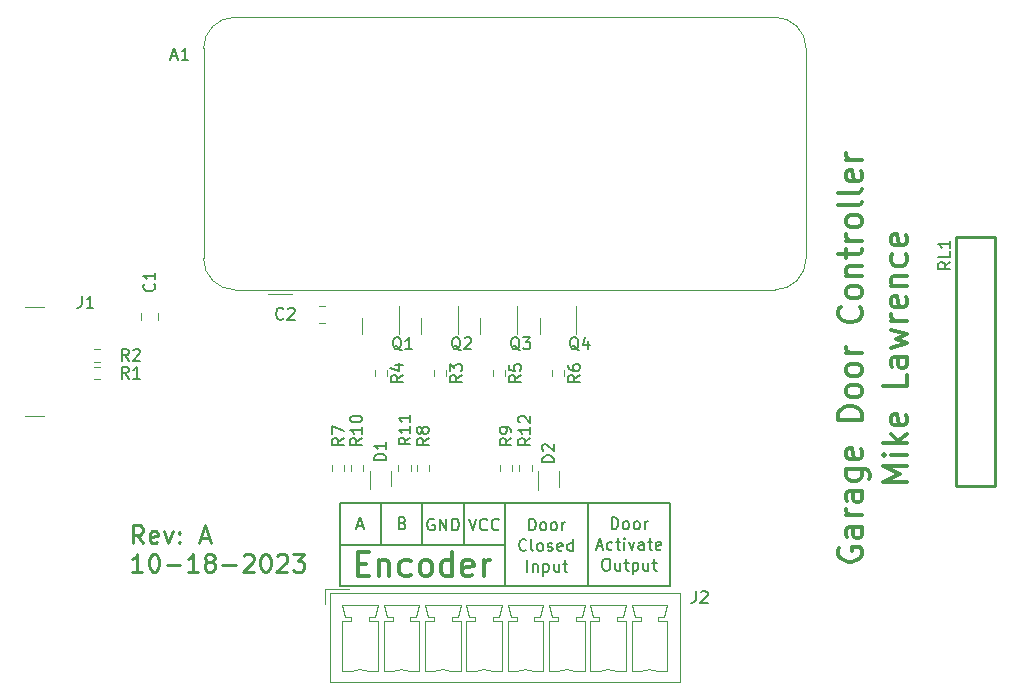
<source format=gbr>
%TF.GenerationSoftware,KiCad,Pcbnew,7.0.8*%
%TF.CreationDate,2023-10-18T11:28:30-05:00*%
%TF.ProjectId,ESP32_Garage_Door_Controller,45535033-325f-4476-9172-6167655f446f,rev?*%
%TF.SameCoordinates,Original*%
%TF.FileFunction,Legend,Top*%
%TF.FilePolarity,Positive*%
%FSLAX46Y46*%
G04 Gerber Fmt 4.6, Leading zero omitted, Abs format (unit mm)*
G04 Created by KiCad (PCBNEW 7.0.8) date 2023-10-18 11:28:30*
%MOMM*%
%LPD*%
G01*
G04 APERTURE LIST*
%ADD10C,0.150000*%
%ADD11C,0.200000*%
%ADD12C,0.300000*%
%ADD13C,0.250000*%
%ADD14C,0.152400*%
%ADD15C,0.120000*%
%ADD16C,0.254000*%
G04 APERTURE END LIST*
D10*
X123517500Y-87000000D02*
X127017500Y-87000000D01*
X127017500Y-90500000D01*
X123517500Y-90500000D01*
X123517500Y-87000000D01*
X123517500Y-90500000D02*
X137517500Y-90500000D01*
X137517500Y-94000000D01*
X123517500Y-94000000D01*
X123517500Y-90500000D01*
X127017500Y-87000000D02*
X130517500Y-87000000D01*
X130517500Y-90500000D01*
X127017500Y-90500000D01*
X127017500Y-87000000D01*
X134017500Y-87000000D02*
X137517500Y-87000000D01*
X137517500Y-90500000D01*
X134017500Y-90500000D01*
X134017500Y-87000000D01*
X137517500Y-87000000D02*
X144517500Y-87000000D01*
X144517500Y-94000000D01*
X137517500Y-94000000D01*
X137517500Y-87000000D01*
X130517500Y-87000000D02*
X134017500Y-87000000D01*
X134017500Y-90500000D01*
X130517500Y-90500000D01*
X130517500Y-87000000D01*
X144517500Y-87000000D02*
X151517500Y-87000000D01*
X151517500Y-94000000D01*
X144517500Y-94000000D01*
X144517500Y-87000000D01*
D11*
X145279404Y-90666504D02*
X145755594Y-90666504D01*
X145184166Y-90952219D02*
X145517499Y-89952219D01*
X145517499Y-89952219D02*
X145850832Y-90952219D01*
X146612737Y-90904600D02*
X146517499Y-90952219D01*
X146517499Y-90952219D02*
X146327023Y-90952219D01*
X146327023Y-90952219D02*
X146231785Y-90904600D01*
X146231785Y-90904600D02*
X146184166Y-90856980D01*
X146184166Y-90856980D02*
X146136547Y-90761742D01*
X146136547Y-90761742D02*
X146136547Y-90476028D01*
X146136547Y-90476028D02*
X146184166Y-90380790D01*
X146184166Y-90380790D02*
X146231785Y-90333171D01*
X146231785Y-90333171D02*
X146327023Y-90285552D01*
X146327023Y-90285552D02*
X146517499Y-90285552D01*
X146517499Y-90285552D02*
X146612737Y-90333171D01*
X146898452Y-90285552D02*
X147279404Y-90285552D01*
X147041309Y-89952219D02*
X147041309Y-90809361D01*
X147041309Y-90809361D02*
X147088928Y-90904600D01*
X147088928Y-90904600D02*
X147184166Y-90952219D01*
X147184166Y-90952219D02*
X147279404Y-90952219D01*
X147612738Y-90952219D02*
X147612738Y-90285552D01*
X147612738Y-89952219D02*
X147565119Y-89999838D01*
X147565119Y-89999838D02*
X147612738Y-90047457D01*
X147612738Y-90047457D02*
X147660357Y-89999838D01*
X147660357Y-89999838D02*
X147612738Y-89952219D01*
X147612738Y-89952219D02*
X147612738Y-90047457D01*
X147993690Y-90285552D02*
X148231785Y-90952219D01*
X148231785Y-90952219D02*
X148469880Y-90285552D01*
X149279404Y-90952219D02*
X149279404Y-90428409D01*
X149279404Y-90428409D02*
X149231785Y-90333171D01*
X149231785Y-90333171D02*
X149136547Y-90285552D01*
X149136547Y-90285552D02*
X148946071Y-90285552D01*
X148946071Y-90285552D02*
X148850833Y-90333171D01*
X149279404Y-90904600D02*
X149184166Y-90952219D01*
X149184166Y-90952219D02*
X148946071Y-90952219D01*
X148946071Y-90952219D02*
X148850833Y-90904600D01*
X148850833Y-90904600D02*
X148803214Y-90809361D01*
X148803214Y-90809361D02*
X148803214Y-90714123D01*
X148803214Y-90714123D02*
X148850833Y-90618885D01*
X148850833Y-90618885D02*
X148946071Y-90571266D01*
X148946071Y-90571266D02*
X149184166Y-90571266D01*
X149184166Y-90571266D02*
X149279404Y-90523647D01*
X149612738Y-90285552D02*
X149993690Y-90285552D01*
X149755595Y-89952219D02*
X149755595Y-90809361D01*
X149755595Y-90809361D02*
X149803214Y-90904600D01*
X149803214Y-90904600D02*
X149898452Y-90952219D01*
X149898452Y-90952219D02*
X149993690Y-90952219D01*
X150707976Y-90904600D02*
X150612738Y-90952219D01*
X150612738Y-90952219D02*
X150422262Y-90952219D01*
X150422262Y-90952219D02*
X150327024Y-90904600D01*
X150327024Y-90904600D02*
X150279405Y-90809361D01*
X150279405Y-90809361D02*
X150279405Y-90428409D01*
X150279405Y-90428409D02*
X150327024Y-90333171D01*
X150327024Y-90333171D02*
X150422262Y-90285552D01*
X150422262Y-90285552D02*
X150612738Y-90285552D01*
X150612738Y-90285552D02*
X150707976Y-90333171D01*
X150707976Y-90333171D02*
X150755595Y-90428409D01*
X150755595Y-90428409D02*
X150755595Y-90523647D01*
X150755595Y-90523647D02*
X150279405Y-90618885D01*
D12*
X125041309Y-92112019D02*
X125707976Y-92112019D01*
X125993690Y-93159638D02*
X125041309Y-93159638D01*
X125041309Y-93159638D02*
X125041309Y-91159638D01*
X125041309Y-91159638D02*
X125993690Y-91159638D01*
X126850833Y-91826304D02*
X126850833Y-93159638D01*
X126850833Y-92016780D02*
X126946071Y-91921542D01*
X126946071Y-91921542D02*
X127136547Y-91826304D01*
X127136547Y-91826304D02*
X127422262Y-91826304D01*
X127422262Y-91826304D02*
X127612738Y-91921542D01*
X127612738Y-91921542D02*
X127707976Y-92112019D01*
X127707976Y-92112019D02*
X127707976Y-93159638D01*
X129517500Y-93064400D02*
X129327024Y-93159638D01*
X129327024Y-93159638D02*
X128946071Y-93159638D01*
X128946071Y-93159638D02*
X128755595Y-93064400D01*
X128755595Y-93064400D02*
X128660357Y-92969161D01*
X128660357Y-92969161D02*
X128565119Y-92778685D01*
X128565119Y-92778685D02*
X128565119Y-92207257D01*
X128565119Y-92207257D02*
X128660357Y-92016780D01*
X128660357Y-92016780D02*
X128755595Y-91921542D01*
X128755595Y-91921542D02*
X128946071Y-91826304D01*
X128946071Y-91826304D02*
X129327024Y-91826304D01*
X129327024Y-91826304D02*
X129517500Y-91921542D01*
X130660357Y-93159638D02*
X130469881Y-93064400D01*
X130469881Y-93064400D02*
X130374643Y-92969161D01*
X130374643Y-92969161D02*
X130279405Y-92778685D01*
X130279405Y-92778685D02*
X130279405Y-92207257D01*
X130279405Y-92207257D02*
X130374643Y-92016780D01*
X130374643Y-92016780D02*
X130469881Y-91921542D01*
X130469881Y-91921542D02*
X130660357Y-91826304D01*
X130660357Y-91826304D02*
X130946072Y-91826304D01*
X130946072Y-91826304D02*
X131136548Y-91921542D01*
X131136548Y-91921542D02*
X131231786Y-92016780D01*
X131231786Y-92016780D02*
X131327024Y-92207257D01*
X131327024Y-92207257D02*
X131327024Y-92778685D01*
X131327024Y-92778685D02*
X131231786Y-92969161D01*
X131231786Y-92969161D02*
X131136548Y-93064400D01*
X131136548Y-93064400D02*
X130946072Y-93159638D01*
X130946072Y-93159638D02*
X130660357Y-93159638D01*
X133041310Y-93159638D02*
X133041310Y-91159638D01*
X133041310Y-93064400D02*
X132850834Y-93159638D01*
X132850834Y-93159638D02*
X132469881Y-93159638D01*
X132469881Y-93159638D02*
X132279405Y-93064400D01*
X132279405Y-93064400D02*
X132184167Y-92969161D01*
X132184167Y-92969161D02*
X132088929Y-92778685D01*
X132088929Y-92778685D02*
X132088929Y-92207257D01*
X132088929Y-92207257D02*
X132184167Y-92016780D01*
X132184167Y-92016780D02*
X132279405Y-91921542D01*
X132279405Y-91921542D02*
X132469881Y-91826304D01*
X132469881Y-91826304D02*
X132850834Y-91826304D01*
X132850834Y-91826304D02*
X133041310Y-91921542D01*
X134755596Y-93064400D02*
X134565120Y-93159638D01*
X134565120Y-93159638D02*
X134184167Y-93159638D01*
X134184167Y-93159638D02*
X133993691Y-93064400D01*
X133993691Y-93064400D02*
X133898453Y-92873923D01*
X133898453Y-92873923D02*
X133898453Y-92112019D01*
X133898453Y-92112019D02*
X133993691Y-91921542D01*
X133993691Y-91921542D02*
X134184167Y-91826304D01*
X134184167Y-91826304D02*
X134565120Y-91826304D01*
X134565120Y-91826304D02*
X134755596Y-91921542D01*
X134755596Y-91921542D02*
X134850834Y-92112019D01*
X134850834Y-92112019D02*
X134850834Y-92302495D01*
X134850834Y-92302495D02*
X133898453Y-92492971D01*
X135707977Y-93159638D02*
X135707977Y-91826304D01*
X135707977Y-92207257D02*
X135803215Y-92016780D01*
X135803215Y-92016780D02*
X135898453Y-91921542D01*
X135898453Y-91921542D02*
X136088929Y-91826304D01*
X136088929Y-91826304D02*
X136279406Y-91826304D01*
D11*
X139374643Y-92802219D02*
X139374643Y-91802219D01*
X139850833Y-92135552D02*
X139850833Y-92802219D01*
X139850833Y-92230790D02*
X139898452Y-92183171D01*
X139898452Y-92183171D02*
X139993690Y-92135552D01*
X139993690Y-92135552D02*
X140136547Y-92135552D01*
X140136547Y-92135552D02*
X140231785Y-92183171D01*
X140231785Y-92183171D02*
X140279404Y-92278409D01*
X140279404Y-92278409D02*
X140279404Y-92802219D01*
X140755595Y-92135552D02*
X140755595Y-93135552D01*
X140755595Y-92183171D02*
X140850833Y-92135552D01*
X140850833Y-92135552D02*
X141041309Y-92135552D01*
X141041309Y-92135552D02*
X141136547Y-92183171D01*
X141136547Y-92183171D02*
X141184166Y-92230790D01*
X141184166Y-92230790D02*
X141231785Y-92326028D01*
X141231785Y-92326028D02*
X141231785Y-92611742D01*
X141231785Y-92611742D02*
X141184166Y-92706980D01*
X141184166Y-92706980D02*
X141136547Y-92754600D01*
X141136547Y-92754600D02*
X141041309Y-92802219D01*
X141041309Y-92802219D02*
X140850833Y-92802219D01*
X140850833Y-92802219D02*
X140755595Y-92754600D01*
X142088928Y-92135552D02*
X142088928Y-92802219D01*
X141660357Y-92135552D02*
X141660357Y-92659361D01*
X141660357Y-92659361D02*
X141707976Y-92754600D01*
X141707976Y-92754600D02*
X141803214Y-92802219D01*
X141803214Y-92802219D02*
X141946071Y-92802219D01*
X141946071Y-92802219D02*
X142041309Y-92754600D01*
X142041309Y-92754600D02*
X142088928Y-92706980D01*
X142422262Y-92135552D02*
X142803214Y-92135552D01*
X142565119Y-91802219D02*
X142565119Y-92659361D01*
X142565119Y-92659361D02*
X142612738Y-92754600D01*
X142612738Y-92754600D02*
X142707976Y-92802219D01*
X142707976Y-92802219D02*
X142803214Y-92802219D01*
X128838928Y-88678409D02*
X128981785Y-88726028D01*
X128981785Y-88726028D02*
X129029404Y-88773647D01*
X129029404Y-88773647D02*
X129077023Y-88868885D01*
X129077023Y-88868885D02*
X129077023Y-89011742D01*
X129077023Y-89011742D02*
X129029404Y-89106980D01*
X129029404Y-89106980D02*
X128981785Y-89154600D01*
X128981785Y-89154600D02*
X128886547Y-89202219D01*
X128886547Y-89202219D02*
X128505595Y-89202219D01*
X128505595Y-89202219D02*
X128505595Y-88202219D01*
X128505595Y-88202219D02*
X128838928Y-88202219D01*
X128838928Y-88202219D02*
X128934166Y-88249838D01*
X128934166Y-88249838D02*
X128981785Y-88297457D01*
X128981785Y-88297457D02*
X129029404Y-88392695D01*
X129029404Y-88392695D02*
X129029404Y-88487933D01*
X129029404Y-88487933D02*
X128981785Y-88583171D01*
X128981785Y-88583171D02*
X128934166Y-88630790D01*
X128934166Y-88630790D02*
X128838928Y-88678409D01*
X128838928Y-88678409D02*
X128505595Y-88678409D01*
X146541309Y-89202219D02*
X146541309Y-88202219D01*
X146541309Y-88202219D02*
X146779404Y-88202219D01*
X146779404Y-88202219D02*
X146922261Y-88249838D01*
X146922261Y-88249838D02*
X147017499Y-88345076D01*
X147017499Y-88345076D02*
X147065118Y-88440314D01*
X147065118Y-88440314D02*
X147112737Y-88630790D01*
X147112737Y-88630790D02*
X147112737Y-88773647D01*
X147112737Y-88773647D02*
X147065118Y-88964123D01*
X147065118Y-88964123D02*
X147017499Y-89059361D01*
X147017499Y-89059361D02*
X146922261Y-89154600D01*
X146922261Y-89154600D02*
X146779404Y-89202219D01*
X146779404Y-89202219D02*
X146541309Y-89202219D01*
X147684166Y-89202219D02*
X147588928Y-89154600D01*
X147588928Y-89154600D02*
X147541309Y-89106980D01*
X147541309Y-89106980D02*
X147493690Y-89011742D01*
X147493690Y-89011742D02*
X147493690Y-88726028D01*
X147493690Y-88726028D02*
X147541309Y-88630790D01*
X147541309Y-88630790D02*
X147588928Y-88583171D01*
X147588928Y-88583171D02*
X147684166Y-88535552D01*
X147684166Y-88535552D02*
X147827023Y-88535552D01*
X147827023Y-88535552D02*
X147922261Y-88583171D01*
X147922261Y-88583171D02*
X147969880Y-88630790D01*
X147969880Y-88630790D02*
X148017499Y-88726028D01*
X148017499Y-88726028D02*
X148017499Y-89011742D01*
X148017499Y-89011742D02*
X147969880Y-89106980D01*
X147969880Y-89106980D02*
X147922261Y-89154600D01*
X147922261Y-89154600D02*
X147827023Y-89202219D01*
X147827023Y-89202219D02*
X147684166Y-89202219D01*
X148588928Y-89202219D02*
X148493690Y-89154600D01*
X148493690Y-89154600D02*
X148446071Y-89106980D01*
X148446071Y-89106980D02*
X148398452Y-89011742D01*
X148398452Y-89011742D02*
X148398452Y-88726028D01*
X148398452Y-88726028D02*
X148446071Y-88630790D01*
X148446071Y-88630790D02*
X148493690Y-88583171D01*
X148493690Y-88583171D02*
X148588928Y-88535552D01*
X148588928Y-88535552D02*
X148731785Y-88535552D01*
X148731785Y-88535552D02*
X148827023Y-88583171D01*
X148827023Y-88583171D02*
X148874642Y-88630790D01*
X148874642Y-88630790D02*
X148922261Y-88726028D01*
X148922261Y-88726028D02*
X148922261Y-89011742D01*
X148922261Y-89011742D02*
X148874642Y-89106980D01*
X148874642Y-89106980D02*
X148827023Y-89154600D01*
X148827023Y-89154600D02*
X148731785Y-89202219D01*
X148731785Y-89202219D02*
X148588928Y-89202219D01*
X149350833Y-89202219D02*
X149350833Y-88535552D01*
X149350833Y-88726028D02*
X149398452Y-88630790D01*
X149398452Y-88630790D02*
X149446071Y-88583171D01*
X149446071Y-88583171D02*
X149541309Y-88535552D01*
X149541309Y-88535552D02*
X149636547Y-88535552D01*
X139541309Y-89302219D02*
X139541309Y-88302219D01*
X139541309Y-88302219D02*
X139779404Y-88302219D01*
X139779404Y-88302219D02*
X139922261Y-88349838D01*
X139922261Y-88349838D02*
X140017499Y-88445076D01*
X140017499Y-88445076D02*
X140065118Y-88540314D01*
X140065118Y-88540314D02*
X140112737Y-88730790D01*
X140112737Y-88730790D02*
X140112737Y-88873647D01*
X140112737Y-88873647D02*
X140065118Y-89064123D01*
X140065118Y-89064123D02*
X140017499Y-89159361D01*
X140017499Y-89159361D02*
X139922261Y-89254600D01*
X139922261Y-89254600D02*
X139779404Y-89302219D01*
X139779404Y-89302219D02*
X139541309Y-89302219D01*
X140684166Y-89302219D02*
X140588928Y-89254600D01*
X140588928Y-89254600D02*
X140541309Y-89206980D01*
X140541309Y-89206980D02*
X140493690Y-89111742D01*
X140493690Y-89111742D02*
X140493690Y-88826028D01*
X140493690Y-88826028D02*
X140541309Y-88730790D01*
X140541309Y-88730790D02*
X140588928Y-88683171D01*
X140588928Y-88683171D02*
X140684166Y-88635552D01*
X140684166Y-88635552D02*
X140827023Y-88635552D01*
X140827023Y-88635552D02*
X140922261Y-88683171D01*
X140922261Y-88683171D02*
X140969880Y-88730790D01*
X140969880Y-88730790D02*
X141017499Y-88826028D01*
X141017499Y-88826028D02*
X141017499Y-89111742D01*
X141017499Y-89111742D02*
X140969880Y-89206980D01*
X140969880Y-89206980D02*
X140922261Y-89254600D01*
X140922261Y-89254600D02*
X140827023Y-89302219D01*
X140827023Y-89302219D02*
X140684166Y-89302219D01*
X141588928Y-89302219D02*
X141493690Y-89254600D01*
X141493690Y-89254600D02*
X141446071Y-89206980D01*
X141446071Y-89206980D02*
X141398452Y-89111742D01*
X141398452Y-89111742D02*
X141398452Y-88826028D01*
X141398452Y-88826028D02*
X141446071Y-88730790D01*
X141446071Y-88730790D02*
X141493690Y-88683171D01*
X141493690Y-88683171D02*
X141588928Y-88635552D01*
X141588928Y-88635552D02*
X141731785Y-88635552D01*
X141731785Y-88635552D02*
X141827023Y-88683171D01*
X141827023Y-88683171D02*
X141874642Y-88730790D01*
X141874642Y-88730790D02*
X141922261Y-88826028D01*
X141922261Y-88826028D02*
X141922261Y-89111742D01*
X141922261Y-89111742D02*
X141874642Y-89206980D01*
X141874642Y-89206980D02*
X141827023Y-89254600D01*
X141827023Y-89254600D02*
X141731785Y-89302219D01*
X141731785Y-89302219D02*
X141588928Y-89302219D01*
X142350833Y-89302219D02*
X142350833Y-88635552D01*
X142350833Y-88826028D02*
X142398452Y-88730790D01*
X142398452Y-88730790D02*
X142446071Y-88683171D01*
X142446071Y-88683171D02*
X142541309Y-88635552D01*
X142541309Y-88635552D02*
X142636547Y-88635552D01*
D13*
X106878758Y-90388428D02*
X106378758Y-89674142D01*
X106021615Y-90388428D02*
X106021615Y-88888428D01*
X106021615Y-88888428D02*
X106593044Y-88888428D01*
X106593044Y-88888428D02*
X106735901Y-88959857D01*
X106735901Y-88959857D02*
X106807330Y-89031285D01*
X106807330Y-89031285D02*
X106878758Y-89174142D01*
X106878758Y-89174142D02*
X106878758Y-89388428D01*
X106878758Y-89388428D02*
X106807330Y-89531285D01*
X106807330Y-89531285D02*
X106735901Y-89602714D01*
X106735901Y-89602714D02*
X106593044Y-89674142D01*
X106593044Y-89674142D02*
X106021615Y-89674142D01*
X108093044Y-90317000D02*
X107950187Y-90388428D01*
X107950187Y-90388428D02*
X107664473Y-90388428D01*
X107664473Y-90388428D02*
X107521615Y-90317000D01*
X107521615Y-90317000D02*
X107450187Y-90174142D01*
X107450187Y-90174142D02*
X107450187Y-89602714D01*
X107450187Y-89602714D02*
X107521615Y-89459857D01*
X107521615Y-89459857D02*
X107664473Y-89388428D01*
X107664473Y-89388428D02*
X107950187Y-89388428D01*
X107950187Y-89388428D02*
X108093044Y-89459857D01*
X108093044Y-89459857D02*
X108164473Y-89602714D01*
X108164473Y-89602714D02*
X108164473Y-89745571D01*
X108164473Y-89745571D02*
X107450187Y-89888428D01*
X108664472Y-89388428D02*
X109021615Y-90388428D01*
X109021615Y-90388428D02*
X109378758Y-89388428D01*
X109950186Y-90245571D02*
X110021615Y-90317000D01*
X110021615Y-90317000D02*
X109950186Y-90388428D01*
X109950186Y-90388428D02*
X109878758Y-90317000D01*
X109878758Y-90317000D02*
X109950186Y-90245571D01*
X109950186Y-90245571D02*
X109950186Y-90388428D01*
X109950186Y-89459857D02*
X110021615Y-89531285D01*
X110021615Y-89531285D02*
X109950186Y-89602714D01*
X109950186Y-89602714D02*
X109878758Y-89531285D01*
X109878758Y-89531285D02*
X109950186Y-89459857D01*
X109950186Y-89459857D02*
X109950186Y-89602714D01*
X111735901Y-89959857D02*
X112450187Y-89959857D01*
X111593044Y-90388428D02*
X112093044Y-88888428D01*
X112093044Y-88888428D02*
X112593044Y-90388428D01*
X106807330Y-92803428D02*
X105950187Y-92803428D01*
X106378758Y-92803428D02*
X106378758Y-91303428D01*
X106378758Y-91303428D02*
X106235901Y-91517714D01*
X106235901Y-91517714D02*
X106093044Y-91660571D01*
X106093044Y-91660571D02*
X105950187Y-91732000D01*
X107735901Y-91303428D02*
X107878758Y-91303428D01*
X107878758Y-91303428D02*
X108021615Y-91374857D01*
X108021615Y-91374857D02*
X108093044Y-91446285D01*
X108093044Y-91446285D02*
X108164472Y-91589142D01*
X108164472Y-91589142D02*
X108235901Y-91874857D01*
X108235901Y-91874857D02*
X108235901Y-92232000D01*
X108235901Y-92232000D02*
X108164472Y-92517714D01*
X108164472Y-92517714D02*
X108093044Y-92660571D01*
X108093044Y-92660571D02*
X108021615Y-92732000D01*
X108021615Y-92732000D02*
X107878758Y-92803428D01*
X107878758Y-92803428D02*
X107735901Y-92803428D01*
X107735901Y-92803428D02*
X107593044Y-92732000D01*
X107593044Y-92732000D02*
X107521615Y-92660571D01*
X107521615Y-92660571D02*
X107450186Y-92517714D01*
X107450186Y-92517714D02*
X107378758Y-92232000D01*
X107378758Y-92232000D02*
X107378758Y-91874857D01*
X107378758Y-91874857D02*
X107450186Y-91589142D01*
X107450186Y-91589142D02*
X107521615Y-91446285D01*
X107521615Y-91446285D02*
X107593044Y-91374857D01*
X107593044Y-91374857D02*
X107735901Y-91303428D01*
X108878757Y-92232000D02*
X110021615Y-92232000D01*
X111521615Y-92803428D02*
X110664472Y-92803428D01*
X111093043Y-92803428D02*
X111093043Y-91303428D01*
X111093043Y-91303428D02*
X110950186Y-91517714D01*
X110950186Y-91517714D02*
X110807329Y-91660571D01*
X110807329Y-91660571D02*
X110664472Y-91732000D01*
X112378757Y-91946285D02*
X112235900Y-91874857D01*
X112235900Y-91874857D02*
X112164471Y-91803428D01*
X112164471Y-91803428D02*
X112093043Y-91660571D01*
X112093043Y-91660571D02*
X112093043Y-91589142D01*
X112093043Y-91589142D02*
X112164471Y-91446285D01*
X112164471Y-91446285D02*
X112235900Y-91374857D01*
X112235900Y-91374857D02*
X112378757Y-91303428D01*
X112378757Y-91303428D02*
X112664471Y-91303428D01*
X112664471Y-91303428D02*
X112807329Y-91374857D01*
X112807329Y-91374857D02*
X112878757Y-91446285D01*
X112878757Y-91446285D02*
X112950186Y-91589142D01*
X112950186Y-91589142D02*
X112950186Y-91660571D01*
X112950186Y-91660571D02*
X112878757Y-91803428D01*
X112878757Y-91803428D02*
X112807329Y-91874857D01*
X112807329Y-91874857D02*
X112664471Y-91946285D01*
X112664471Y-91946285D02*
X112378757Y-91946285D01*
X112378757Y-91946285D02*
X112235900Y-92017714D01*
X112235900Y-92017714D02*
X112164471Y-92089142D01*
X112164471Y-92089142D02*
X112093043Y-92232000D01*
X112093043Y-92232000D02*
X112093043Y-92517714D01*
X112093043Y-92517714D02*
X112164471Y-92660571D01*
X112164471Y-92660571D02*
X112235900Y-92732000D01*
X112235900Y-92732000D02*
X112378757Y-92803428D01*
X112378757Y-92803428D02*
X112664471Y-92803428D01*
X112664471Y-92803428D02*
X112807329Y-92732000D01*
X112807329Y-92732000D02*
X112878757Y-92660571D01*
X112878757Y-92660571D02*
X112950186Y-92517714D01*
X112950186Y-92517714D02*
X112950186Y-92232000D01*
X112950186Y-92232000D02*
X112878757Y-92089142D01*
X112878757Y-92089142D02*
X112807329Y-92017714D01*
X112807329Y-92017714D02*
X112664471Y-91946285D01*
X113593042Y-92232000D02*
X114735900Y-92232000D01*
X115378757Y-91446285D02*
X115450185Y-91374857D01*
X115450185Y-91374857D02*
X115593043Y-91303428D01*
X115593043Y-91303428D02*
X115950185Y-91303428D01*
X115950185Y-91303428D02*
X116093043Y-91374857D01*
X116093043Y-91374857D02*
X116164471Y-91446285D01*
X116164471Y-91446285D02*
X116235900Y-91589142D01*
X116235900Y-91589142D02*
X116235900Y-91732000D01*
X116235900Y-91732000D02*
X116164471Y-91946285D01*
X116164471Y-91946285D02*
X115307328Y-92803428D01*
X115307328Y-92803428D02*
X116235900Y-92803428D01*
X117164471Y-91303428D02*
X117307328Y-91303428D01*
X117307328Y-91303428D02*
X117450185Y-91374857D01*
X117450185Y-91374857D02*
X117521614Y-91446285D01*
X117521614Y-91446285D02*
X117593042Y-91589142D01*
X117593042Y-91589142D02*
X117664471Y-91874857D01*
X117664471Y-91874857D02*
X117664471Y-92232000D01*
X117664471Y-92232000D02*
X117593042Y-92517714D01*
X117593042Y-92517714D02*
X117521614Y-92660571D01*
X117521614Y-92660571D02*
X117450185Y-92732000D01*
X117450185Y-92732000D02*
X117307328Y-92803428D01*
X117307328Y-92803428D02*
X117164471Y-92803428D01*
X117164471Y-92803428D02*
X117021614Y-92732000D01*
X117021614Y-92732000D02*
X116950185Y-92660571D01*
X116950185Y-92660571D02*
X116878756Y-92517714D01*
X116878756Y-92517714D02*
X116807328Y-92232000D01*
X116807328Y-92232000D02*
X116807328Y-91874857D01*
X116807328Y-91874857D02*
X116878756Y-91589142D01*
X116878756Y-91589142D02*
X116950185Y-91446285D01*
X116950185Y-91446285D02*
X117021614Y-91374857D01*
X117021614Y-91374857D02*
X117164471Y-91303428D01*
X118235899Y-91446285D02*
X118307327Y-91374857D01*
X118307327Y-91374857D02*
X118450185Y-91303428D01*
X118450185Y-91303428D02*
X118807327Y-91303428D01*
X118807327Y-91303428D02*
X118950185Y-91374857D01*
X118950185Y-91374857D02*
X119021613Y-91446285D01*
X119021613Y-91446285D02*
X119093042Y-91589142D01*
X119093042Y-91589142D02*
X119093042Y-91732000D01*
X119093042Y-91732000D02*
X119021613Y-91946285D01*
X119021613Y-91946285D02*
X118164470Y-92803428D01*
X118164470Y-92803428D02*
X119093042Y-92803428D01*
X119593041Y-91303428D02*
X120521613Y-91303428D01*
X120521613Y-91303428D02*
X120021613Y-91874857D01*
X120021613Y-91874857D02*
X120235898Y-91874857D01*
X120235898Y-91874857D02*
X120378756Y-91946285D01*
X120378756Y-91946285D02*
X120450184Y-92017714D01*
X120450184Y-92017714D02*
X120521613Y-92160571D01*
X120521613Y-92160571D02*
X120521613Y-92517714D01*
X120521613Y-92517714D02*
X120450184Y-92660571D01*
X120450184Y-92660571D02*
X120378756Y-92732000D01*
X120378756Y-92732000D02*
X120235898Y-92803428D01*
X120235898Y-92803428D02*
X119807327Y-92803428D01*
X119807327Y-92803428D02*
X119664470Y-92732000D01*
X119664470Y-92732000D02*
X119593041Y-92660571D01*
D11*
X134434167Y-88302219D02*
X134767500Y-89302219D01*
X134767500Y-89302219D02*
X135100833Y-88302219D01*
X136005595Y-89206980D02*
X135957976Y-89254600D01*
X135957976Y-89254600D02*
X135815119Y-89302219D01*
X135815119Y-89302219D02*
X135719881Y-89302219D01*
X135719881Y-89302219D02*
X135577024Y-89254600D01*
X135577024Y-89254600D02*
X135481786Y-89159361D01*
X135481786Y-89159361D02*
X135434167Y-89064123D01*
X135434167Y-89064123D02*
X135386548Y-88873647D01*
X135386548Y-88873647D02*
X135386548Y-88730790D01*
X135386548Y-88730790D02*
X135434167Y-88540314D01*
X135434167Y-88540314D02*
X135481786Y-88445076D01*
X135481786Y-88445076D02*
X135577024Y-88349838D01*
X135577024Y-88349838D02*
X135719881Y-88302219D01*
X135719881Y-88302219D02*
X135815119Y-88302219D01*
X135815119Y-88302219D02*
X135957976Y-88349838D01*
X135957976Y-88349838D02*
X136005595Y-88397457D01*
X137005595Y-89206980D02*
X136957976Y-89254600D01*
X136957976Y-89254600D02*
X136815119Y-89302219D01*
X136815119Y-89302219D02*
X136719881Y-89302219D01*
X136719881Y-89302219D02*
X136577024Y-89254600D01*
X136577024Y-89254600D02*
X136481786Y-89159361D01*
X136481786Y-89159361D02*
X136434167Y-89064123D01*
X136434167Y-89064123D02*
X136386548Y-88873647D01*
X136386548Y-88873647D02*
X136386548Y-88730790D01*
X136386548Y-88730790D02*
X136434167Y-88540314D01*
X136434167Y-88540314D02*
X136481786Y-88445076D01*
X136481786Y-88445076D02*
X136577024Y-88349838D01*
X136577024Y-88349838D02*
X136719881Y-88302219D01*
X136719881Y-88302219D02*
X136815119Y-88302219D01*
X136815119Y-88302219D02*
X136957976Y-88349838D01*
X136957976Y-88349838D02*
X137005595Y-88397457D01*
X139327023Y-90956980D02*
X139279404Y-91004600D01*
X139279404Y-91004600D02*
X139136547Y-91052219D01*
X139136547Y-91052219D02*
X139041309Y-91052219D01*
X139041309Y-91052219D02*
X138898452Y-91004600D01*
X138898452Y-91004600D02*
X138803214Y-90909361D01*
X138803214Y-90909361D02*
X138755595Y-90814123D01*
X138755595Y-90814123D02*
X138707976Y-90623647D01*
X138707976Y-90623647D02*
X138707976Y-90480790D01*
X138707976Y-90480790D02*
X138755595Y-90290314D01*
X138755595Y-90290314D02*
X138803214Y-90195076D01*
X138803214Y-90195076D02*
X138898452Y-90099838D01*
X138898452Y-90099838D02*
X139041309Y-90052219D01*
X139041309Y-90052219D02*
X139136547Y-90052219D01*
X139136547Y-90052219D02*
X139279404Y-90099838D01*
X139279404Y-90099838D02*
X139327023Y-90147457D01*
X139898452Y-91052219D02*
X139803214Y-91004600D01*
X139803214Y-91004600D02*
X139755595Y-90909361D01*
X139755595Y-90909361D02*
X139755595Y-90052219D01*
X140422262Y-91052219D02*
X140327024Y-91004600D01*
X140327024Y-91004600D02*
X140279405Y-90956980D01*
X140279405Y-90956980D02*
X140231786Y-90861742D01*
X140231786Y-90861742D02*
X140231786Y-90576028D01*
X140231786Y-90576028D02*
X140279405Y-90480790D01*
X140279405Y-90480790D02*
X140327024Y-90433171D01*
X140327024Y-90433171D02*
X140422262Y-90385552D01*
X140422262Y-90385552D02*
X140565119Y-90385552D01*
X140565119Y-90385552D02*
X140660357Y-90433171D01*
X140660357Y-90433171D02*
X140707976Y-90480790D01*
X140707976Y-90480790D02*
X140755595Y-90576028D01*
X140755595Y-90576028D02*
X140755595Y-90861742D01*
X140755595Y-90861742D02*
X140707976Y-90956980D01*
X140707976Y-90956980D02*
X140660357Y-91004600D01*
X140660357Y-91004600D02*
X140565119Y-91052219D01*
X140565119Y-91052219D02*
X140422262Y-91052219D01*
X141136548Y-91004600D02*
X141231786Y-91052219D01*
X141231786Y-91052219D02*
X141422262Y-91052219D01*
X141422262Y-91052219D02*
X141517500Y-91004600D01*
X141517500Y-91004600D02*
X141565119Y-90909361D01*
X141565119Y-90909361D02*
X141565119Y-90861742D01*
X141565119Y-90861742D02*
X141517500Y-90766504D01*
X141517500Y-90766504D02*
X141422262Y-90718885D01*
X141422262Y-90718885D02*
X141279405Y-90718885D01*
X141279405Y-90718885D02*
X141184167Y-90671266D01*
X141184167Y-90671266D02*
X141136548Y-90576028D01*
X141136548Y-90576028D02*
X141136548Y-90528409D01*
X141136548Y-90528409D02*
X141184167Y-90433171D01*
X141184167Y-90433171D02*
X141279405Y-90385552D01*
X141279405Y-90385552D02*
X141422262Y-90385552D01*
X141422262Y-90385552D02*
X141517500Y-90433171D01*
X142374643Y-91004600D02*
X142279405Y-91052219D01*
X142279405Y-91052219D02*
X142088929Y-91052219D01*
X142088929Y-91052219D02*
X141993691Y-91004600D01*
X141993691Y-91004600D02*
X141946072Y-90909361D01*
X141946072Y-90909361D02*
X141946072Y-90528409D01*
X141946072Y-90528409D02*
X141993691Y-90433171D01*
X141993691Y-90433171D02*
X142088929Y-90385552D01*
X142088929Y-90385552D02*
X142279405Y-90385552D01*
X142279405Y-90385552D02*
X142374643Y-90433171D01*
X142374643Y-90433171D02*
X142422262Y-90528409D01*
X142422262Y-90528409D02*
X142422262Y-90623647D01*
X142422262Y-90623647D02*
X141946072Y-90718885D01*
X143279405Y-91052219D02*
X143279405Y-90052219D01*
X143279405Y-91004600D02*
X143184167Y-91052219D01*
X143184167Y-91052219D02*
X142993691Y-91052219D01*
X142993691Y-91052219D02*
X142898453Y-91004600D01*
X142898453Y-91004600D02*
X142850834Y-90956980D01*
X142850834Y-90956980D02*
X142803215Y-90861742D01*
X142803215Y-90861742D02*
X142803215Y-90576028D01*
X142803215Y-90576028D02*
X142850834Y-90480790D01*
X142850834Y-90480790D02*
X142898453Y-90433171D01*
X142898453Y-90433171D02*
X142993691Y-90385552D01*
X142993691Y-90385552D02*
X143184167Y-90385552D01*
X143184167Y-90385552D02*
X143279405Y-90433171D01*
X131505595Y-88349838D02*
X131410357Y-88302219D01*
X131410357Y-88302219D02*
X131267500Y-88302219D01*
X131267500Y-88302219D02*
X131124643Y-88349838D01*
X131124643Y-88349838D02*
X131029405Y-88445076D01*
X131029405Y-88445076D02*
X130981786Y-88540314D01*
X130981786Y-88540314D02*
X130934167Y-88730790D01*
X130934167Y-88730790D02*
X130934167Y-88873647D01*
X130934167Y-88873647D02*
X130981786Y-89064123D01*
X130981786Y-89064123D02*
X131029405Y-89159361D01*
X131029405Y-89159361D02*
X131124643Y-89254600D01*
X131124643Y-89254600D02*
X131267500Y-89302219D01*
X131267500Y-89302219D02*
X131362738Y-89302219D01*
X131362738Y-89302219D02*
X131505595Y-89254600D01*
X131505595Y-89254600D02*
X131553214Y-89206980D01*
X131553214Y-89206980D02*
X131553214Y-88873647D01*
X131553214Y-88873647D02*
X131362738Y-88873647D01*
X131981786Y-89302219D02*
X131981786Y-88302219D01*
X131981786Y-88302219D02*
X132553214Y-89302219D01*
X132553214Y-89302219D02*
X132553214Y-88302219D01*
X133029405Y-89302219D02*
X133029405Y-88302219D01*
X133029405Y-88302219D02*
X133267500Y-88302219D01*
X133267500Y-88302219D02*
X133410357Y-88349838D01*
X133410357Y-88349838D02*
X133505595Y-88445076D01*
X133505595Y-88445076D02*
X133553214Y-88540314D01*
X133553214Y-88540314D02*
X133600833Y-88730790D01*
X133600833Y-88730790D02*
X133600833Y-88873647D01*
X133600833Y-88873647D02*
X133553214Y-89064123D01*
X133553214Y-89064123D02*
X133505595Y-89159361D01*
X133505595Y-89159361D02*
X133410357Y-89254600D01*
X133410357Y-89254600D02*
X133267500Y-89302219D01*
X133267500Y-89302219D02*
X133029405Y-89302219D01*
D12*
X171539638Y-85178572D02*
X169539638Y-85178572D01*
X169539638Y-85178572D02*
X170968209Y-84511905D01*
X170968209Y-84511905D02*
X169539638Y-83845239D01*
X169539638Y-83845239D02*
X171539638Y-83845239D01*
X171539638Y-82892858D02*
X170206304Y-82892858D01*
X169539638Y-82892858D02*
X169634876Y-82988096D01*
X169634876Y-82988096D02*
X169730114Y-82892858D01*
X169730114Y-82892858D02*
X169634876Y-82797620D01*
X169634876Y-82797620D02*
X169539638Y-82892858D01*
X169539638Y-82892858D02*
X169730114Y-82892858D01*
X171539638Y-81940477D02*
X169539638Y-81940477D01*
X170777733Y-81750001D02*
X171539638Y-81178572D01*
X170206304Y-81178572D02*
X170968209Y-81940477D01*
X171444400Y-79559524D02*
X171539638Y-79750000D01*
X171539638Y-79750000D02*
X171539638Y-80130953D01*
X171539638Y-80130953D02*
X171444400Y-80321429D01*
X171444400Y-80321429D02*
X171253923Y-80416667D01*
X171253923Y-80416667D02*
X170492019Y-80416667D01*
X170492019Y-80416667D02*
X170301542Y-80321429D01*
X170301542Y-80321429D02*
X170206304Y-80130953D01*
X170206304Y-80130953D02*
X170206304Y-79750000D01*
X170206304Y-79750000D02*
X170301542Y-79559524D01*
X170301542Y-79559524D02*
X170492019Y-79464286D01*
X170492019Y-79464286D02*
X170682495Y-79464286D01*
X170682495Y-79464286D02*
X170872971Y-80416667D01*
X171539638Y-76130952D02*
X171539638Y-77083333D01*
X171539638Y-77083333D02*
X169539638Y-77083333D01*
X171539638Y-74607142D02*
X170492019Y-74607142D01*
X170492019Y-74607142D02*
X170301542Y-74702380D01*
X170301542Y-74702380D02*
X170206304Y-74892856D01*
X170206304Y-74892856D02*
X170206304Y-75273809D01*
X170206304Y-75273809D02*
X170301542Y-75464285D01*
X171444400Y-74607142D02*
X171539638Y-74797618D01*
X171539638Y-74797618D02*
X171539638Y-75273809D01*
X171539638Y-75273809D02*
X171444400Y-75464285D01*
X171444400Y-75464285D02*
X171253923Y-75559523D01*
X171253923Y-75559523D02*
X171063447Y-75559523D01*
X171063447Y-75559523D02*
X170872971Y-75464285D01*
X170872971Y-75464285D02*
X170777733Y-75273809D01*
X170777733Y-75273809D02*
X170777733Y-74797618D01*
X170777733Y-74797618D02*
X170682495Y-74607142D01*
X170206304Y-73845237D02*
X171539638Y-73464285D01*
X171539638Y-73464285D02*
X170587257Y-73083332D01*
X170587257Y-73083332D02*
X171539638Y-72702380D01*
X171539638Y-72702380D02*
X170206304Y-72321428D01*
X171539638Y-71559523D02*
X170206304Y-71559523D01*
X170587257Y-71559523D02*
X170396780Y-71464285D01*
X170396780Y-71464285D02*
X170301542Y-71369047D01*
X170301542Y-71369047D02*
X170206304Y-71178571D01*
X170206304Y-71178571D02*
X170206304Y-70988094D01*
X171444400Y-69559523D02*
X171539638Y-69749999D01*
X171539638Y-69749999D02*
X171539638Y-70130952D01*
X171539638Y-70130952D02*
X171444400Y-70321428D01*
X171444400Y-70321428D02*
X171253923Y-70416666D01*
X171253923Y-70416666D02*
X170492019Y-70416666D01*
X170492019Y-70416666D02*
X170301542Y-70321428D01*
X170301542Y-70321428D02*
X170206304Y-70130952D01*
X170206304Y-70130952D02*
X170206304Y-69749999D01*
X170206304Y-69749999D02*
X170301542Y-69559523D01*
X170301542Y-69559523D02*
X170492019Y-69464285D01*
X170492019Y-69464285D02*
X170682495Y-69464285D01*
X170682495Y-69464285D02*
X170872971Y-70416666D01*
X170206304Y-68607142D02*
X171539638Y-68607142D01*
X170396780Y-68607142D02*
X170301542Y-68511904D01*
X170301542Y-68511904D02*
X170206304Y-68321428D01*
X170206304Y-68321428D02*
X170206304Y-68035713D01*
X170206304Y-68035713D02*
X170301542Y-67845237D01*
X170301542Y-67845237D02*
X170492019Y-67749999D01*
X170492019Y-67749999D02*
X171539638Y-67749999D01*
X171444400Y-65940475D02*
X171539638Y-66130951D01*
X171539638Y-66130951D02*
X171539638Y-66511904D01*
X171539638Y-66511904D02*
X171444400Y-66702380D01*
X171444400Y-66702380D02*
X171349161Y-66797618D01*
X171349161Y-66797618D02*
X171158685Y-66892856D01*
X171158685Y-66892856D02*
X170587257Y-66892856D01*
X170587257Y-66892856D02*
X170396780Y-66797618D01*
X170396780Y-66797618D02*
X170301542Y-66702380D01*
X170301542Y-66702380D02*
X170206304Y-66511904D01*
X170206304Y-66511904D02*
X170206304Y-66130951D01*
X170206304Y-66130951D02*
X170301542Y-65940475D01*
X171444400Y-64321427D02*
X171539638Y-64511903D01*
X171539638Y-64511903D02*
X171539638Y-64892856D01*
X171539638Y-64892856D02*
X171444400Y-65083332D01*
X171444400Y-65083332D02*
X171253923Y-65178570D01*
X171253923Y-65178570D02*
X170492019Y-65178570D01*
X170492019Y-65178570D02*
X170301542Y-65083332D01*
X170301542Y-65083332D02*
X170206304Y-64892856D01*
X170206304Y-64892856D02*
X170206304Y-64511903D01*
X170206304Y-64511903D02*
X170301542Y-64321427D01*
X170301542Y-64321427D02*
X170492019Y-64226189D01*
X170492019Y-64226189D02*
X170682495Y-64226189D01*
X170682495Y-64226189D02*
X170872971Y-65178570D01*
D11*
X145993690Y-91702219D02*
X146184166Y-91702219D01*
X146184166Y-91702219D02*
X146279404Y-91749838D01*
X146279404Y-91749838D02*
X146374642Y-91845076D01*
X146374642Y-91845076D02*
X146422261Y-92035552D01*
X146422261Y-92035552D02*
X146422261Y-92368885D01*
X146422261Y-92368885D02*
X146374642Y-92559361D01*
X146374642Y-92559361D02*
X146279404Y-92654600D01*
X146279404Y-92654600D02*
X146184166Y-92702219D01*
X146184166Y-92702219D02*
X145993690Y-92702219D01*
X145993690Y-92702219D02*
X145898452Y-92654600D01*
X145898452Y-92654600D02*
X145803214Y-92559361D01*
X145803214Y-92559361D02*
X145755595Y-92368885D01*
X145755595Y-92368885D02*
X145755595Y-92035552D01*
X145755595Y-92035552D02*
X145803214Y-91845076D01*
X145803214Y-91845076D02*
X145898452Y-91749838D01*
X145898452Y-91749838D02*
X145993690Y-91702219D01*
X147279404Y-92035552D02*
X147279404Y-92702219D01*
X146850833Y-92035552D02*
X146850833Y-92559361D01*
X146850833Y-92559361D02*
X146898452Y-92654600D01*
X146898452Y-92654600D02*
X146993690Y-92702219D01*
X146993690Y-92702219D02*
X147136547Y-92702219D01*
X147136547Y-92702219D02*
X147231785Y-92654600D01*
X147231785Y-92654600D02*
X147279404Y-92606980D01*
X147612738Y-92035552D02*
X147993690Y-92035552D01*
X147755595Y-91702219D02*
X147755595Y-92559361D01*
X147755595Y-92559361D02*
X147803214Y-92654600D01*
X147803214Y-92654600D02*
X147898452Y-92702219D01*
X147898452Y-92702219D02*
X147993690Y-92702219D01*
X148327024Y-92035552D02*
X148327024Y-93035552D01*
X148327024Y-92083171D02*
X148422262Y-92035552D01*
X148422262Y-92035552D02*
X148612738Y-92035552D01*
X148612738Y-92035552D02*
X148707976Y-92083171D01*
X148707976Y-92083171D02*
X148755595Y-92130790D01*
X148755595Y-92130790D02*
X148803214Y-92226028D01*
X148803214Y-92226028D02*
X148803214Y-92511742D01*
X148803214Y-92511742D02*
X148755595Y-92606980D01*
X148755595Y-92606980D02*
X148707976Y-92654600D01*
X148707976Y-92654600D02*
X148612738Y-92702219D01*
X148612738Y-92702219D02*
X148422262Y-92702219D01*
X148422262Y-92702219D02*
X148327024Y-92654600D01*
X149660357Y-92035552D02*
X149660357Y-92702219D01*
X149231786Y-92035552D02*
X149231786Y-92559361D01*
X149231786Y-92559361D02*
X149279405Y-92654600D01*
X149279405Y-92654600D02*
X149374643Y-92702219D01*
X149374643Y-92702219D02*
X149517500Y-92702219D01*
X149517500Y-92702219D02*
X149612738Y-92654600D01*
X149612738Y-92654600D02*
X149660357Y-92606980D01*
X149993691Y-92035552D02*
X150374643Y-92035552D01*
X150136548Y-91702219D02*
X150136548Y-92559361D01*
X150136548Y-92559361D02*
X150184167Y-92654600D01*
X150184167Y-92654600D02*
X150279405Y-92702219D01*
X150279405Y-92702219D02*
X150374643Y-92702219D01*
X125029405Y-88916504D02*
X125505595Y-88916504D01*
X124934167Y-89202219D02*
X125267500Y-88202219D01*
X125267500Y-88202219D02*
X125600833Y-89202219D01*
D12*
X165834876Y-90797619D02*
X165739638Y-90988095D01*
X165739638Y-90988095D02*
X165739638Y-91273809D01*
X165739638Y-91273809D02*
X165834876Y-91559524D01*
X165834876Y-91559524D02*
X166025352Y-91750000D01*
X166025352Y-91750000D02*
X166215828Y-91845238D01*
X166215828Y-91845238D02*
X166596780Y-91940476D01*
X166596780Y-91940476D02*
X166882495Y-91940476D01*
X166882495Y-91940476D02*
X167263447Y-91845238D01*
X167263447Y-91845238D02*
X167453923Y-91750000D01*
X167453923Y-91750000D02*
X167644400Y-91559524D01*
X167644400Y-91559524D02*
X167739638Y-91273809D01*
X167739638Y-91273809D02*
X167739638Y-91083333D01*
X167739638Y-91083333D02*
X167644400Y-90797619D01*
X167644400Y-90797619D02*
X167549161Y-90702381D01*
X167549161Y-90702381D02*
X166882495Y-90702381D01*
X166882495Y-90702381D02*
X166882495Y-91083333D01*
X167739638Y-88988095D02*
X166692019Y-88988095D01*
X166692019Y-88988095D02*
X166501542Y-89083333D01*
X166501542Y-89083333D02*
X166406304Y-89273809D01*
X166406304Y-89273809D02*
X166406304Y-89654762D01*
X166406304Y-89654762D02*
X166501542Y-89845238D01*
X167644400Y-88988095D02*
X167739638Y-89178571D01*
X167739638Y-89178571D02*
X167739638Y-89654762D01*
X167739638Y-89654762D02*
X167644400Y-89845238D01*
X167644400Y-89845238D02*
X167453923Y-89940476D01*
X167453923Y-89940476D02*
X167263447Y-89940476D01*
X167263447Y-89940476D02*
X167072971Y-89845238D01*
X167072971Y-89845238D02*
X166977733Y-89654762D01*
X166977733Y-89654762D02*
X166977733Y-89178571D01*
X166977733Y-89178571D02*
X166882495Y-88988095D01*
X167739638Y-88035714D02*
X166406304Y-88035714D01*
X166787257Y-88035714D02*
X166596780Y-87940476D01*
X166596780Y-87940476D02*
X166501542Y-87845238D01*
X166501542Y-87845238D02*
X166406304Y-87654762D01*
X166406304Y-87654762D02*
X166406304Y-87464285D01*
X167739638Y-85940476D02*
X166692019Y-85940476D01*
X166692019Y-85940476D02*
X166501542Y-86035714D01*
X166501542Y-86035714D02*
X166406304Y-86226190D01*
X166406304Y-86226190D02*
X166406304Y-86607143D01*
X166406304Y-86607143D02*
X166501542Y-86797619D01*
X167644400Y-85940476D02*
X167739638Y-86130952D01*
X167739638Y-86130952D02*
X167739638Y-86607143D01*
X167739638Y-86607143D02*
X167644400Y-86797619D01*
X167644400Y-86797619D02*
X167453923Y-86892857D01*
X167453923Y-86892857D02*
X167263447Y-86892857D01*
X167263447Y-86892857D02*
X167072971Y-86797619D01*
X167072971Y-86797619D02*
X166977733Y-86607143D01*
X166977733Y-86607143D02*
X166977733Y-86130952D01*
X166977733Y-86130952D02*
X166882495Y-85940476D01*
X166406304Y-84130952D02*
X168025352Y-84130952D01*
X168025352Y-84130952D02*
X168215828Y-84226190D01*
X168215828Y-84226190D02*
X168311066Y-84321428D01*
X168311066Y-84321428D02*
X168406304Y-84511905D01*
X168406304Y-84511905D02*
X168406304Y-84797619D01*
X168406304Y-84797619D02*
X168311066Y-84988095D01*
X167644400Y-84130952D02*
X167739638Y-84321428D01*
X167739638Y-84321428D02*
X167739638Y-84702381D01*
X167739638Y-84702381D02*
X167644400Y-84892857D01*
X167644400Y-84892857D02*
X167549161Y-84988095D01*
X167549161Y-84988095D02*
X167358685Y-85083333D01*
X167358685Y-85083333D02*
X166787257Y-85083333D01*
X166787257Y-85083333D02*
X166596780Y-84988095D01*
X166596780Y-84988095D02*
X166501542Y-84892857D01*
X166501542Y-84892857D02*
X166406304Y-84702381D01*
X166406304Y-84702381D02*
X166406304Y-84321428D01*
X166406304Y-84321428D02*
X166501542Y-84130952D01*
X167644400Y-82416666D02*
X167739638Y-82607142D01*
X167739638Y-82607142D02*
X167739638Y-82988095D01*
X167739638Y-82988095D02*
X167644400Y-83178571D01*
X167644400Y-83178571D02*
X167453923Y-83273809D01*
X167453923Y-83273809D02*
X166692019Y-83273809D01*
X166692019Y-83273809D02*
X166501542Y-83178571D01*
X166501542Y-83178571D02*
X166406304Y-82988095D01*
X166406304Y-82988095D02*
X166406304Y-82607142D01*
X166406304Y-82607142D02*
X166501542Y-82416666D01*
X166501542Y-82416666D02*
X166692019Y-82321428D01*
X166692019Y-82321428D02*
X166882495Y-82321428D01*
X166882495Y-82321428D02*
X167072971Y-83273809D01*
X167739638Y-79940475D02*
X165739638Y-79940475D01*
X165739638Y-79940475D02*
X165739638Y-79464285D01*
X165739638Y-79464285D02*
X165834876Y-79178570D01*
X165834876Y-79178570D02*
X166025352Y-78988094D01*
X166025352Y-78988094D02*
X166215828Y-78892856D01*
X166215828Y-78892856D02*
X166596780Y-78797618D01*
X166596780Y-78797618D02*
X166882495Y-78797618D01*
X166882495Y-78797618D02*
X167263447Y-78892856D01*
X167263447Y-78892856D02*
X167453923Y-78988094D01*
X167453923Y-78988094D02*
X167644400Y-79178570D01*
X167644400Y-79178570D02*
X167739638Y-79464285D01*
X167739638Y-79464285D02*
X167739638Y-79940475D01*
X167739638Y-77654761D02*
X167644400Y-77845237D01*
X167644400Y-77845237D02*
X167549161Y-77940475D01*
X167549161Y-77940475D02*
X167358685Y-78035713D01*
X167358685Y-78035713D02*
X166787257Y-78035713D01*
X166787257Y-78035713D02*
X166596780Y-77940475D01*
X166596780Y-77940475D02*
X166501542Y-77845237D01*
X166501542Y-77845237D02*
X166406304Y-77654761D01*
X166406304Y-77654761D02*
X166406304Y-77369046D01*
X166406304Y-77369046D02*
X166501542Y-77178570D01*
X166501542Y-77178570D02*
X166596780Y-77083332D01*
X166596780Y-77083332D02*
X166787257Y-76988094D01*
X166787257Y-76988094D02*
X167358685Y-76988094D01*
X167358685Y-76988094D02*
X167549161Y-77083332D01*
X167549161Y-77083332D02*
X167644400Y-77178570D01*
X167644400Y-77178570D02*
X167739638Y-77369046D01*
X167739638Y-77369046D02*
X167739638Y-77654761D01*
X167739638Y-75845237D02*
X167644400Y-76035713D01*
X167644400Y-76035713D02*
X167549161Y-76130951D01*
X167549161Y-76130951D02*
X167358685Y-76226189D01*
X167358685Y-76226189D02*
X166787257Y-76226189D01*
X166787257Y-76226189D02*
X166596780Y-76130951D01*
X166596780Y-76130951D02*
X166501542Y-76035713D01*
X166501542Y-76035713D02*
X166406304Y-75845237D01*
X166406304Y-75845237D02*
X166406304Y-75559522D01*
X166406304Y-75559522D02*
X166501542Y-75369046D01*
X166501542Y-75369046D02*
X166596780Y-75273808D01*
X166596780Y-75273808D02*
X166787257Y-75178570D01*
X166787257Y-75178570D02*
X167358685Y-75178570D01*
X167358685Y-75178570D02*
X167549161Y-75273808D01*
X167549161Y-75273808D02*
X167644400Y-75369046D01*
X167644400Y-75369046D02*
X167739638Y-75559522D01*
X167739638Y-75559522D02*
X167739638Y-75845237D01*
X167739638Y-74321427D02*
X166406304Y-74321427D01*
X166787257Y-74321427D02*
X166596780Y-74226189D01*
X166596780Y-74226189D02*
X166501542Y-74130951D01*
X166501542Y-74130951D02*
X166406304Y-73940475D01*
X166406304Y-73940475D02*
X166406304Y-73749998D01*
X167549161Y-70416665D02*
X167644400Y-70511903D01*
X167644400Y-70511903D02*
X167739638Y-70797617D01*
X167739638Y-70797617D02*
X167739638Y-70988093D01*
X167739638Y-70988093D02*
X167644400Y-71273808D01*
X167644400Y-71273808D02*
X167453923Y-71464284D01*
X167453923Y-71464284D02*
X167263447Y-71559522D01*
X167263447Y-71559522D02*
X166882495Y-71654760D01*
X166882495Y-71654760D02*
X166596780Y-71654760D01*
X166596780Y-71654760D02*
X166215828Y-71559522D01*
X166215828Y-71559522D02*
X166025352Y-71464284D01*
X166025352Y-71464284D02*
X165834876Y-71273808D01*
X165834876Y-71273808D02*
X165739638Y-70988093D01*
X165739638Y-70988093D02*
X165739638Y-70797617D01*
X165739638Y-70797617D02*
X165834876Y-70511903D01*
X165834876Y-70511903D02*
X165930114Y-70416665D01*
X167739638Y-69273808D02*
X167644400Y-69464284D01*
X167644400Y-69464284D02*
X167549161Y-69559522D01*
X167549161Y-69559522D02*
X167358685Y-69654760D01*
X167358685Y-69654760D02*
X166787257Y-69654760D01*
X166787257Y-69654760D02*
X166596780Y-69559522D01*
X166596780Y-69559522D02*
X166501542Y-69464284D01*
X166501542Y-69464284D02*
X166406304Y-69273808D01*
X166406304Y-69273808D02*
X166406304Y-68988093D01*
X166406304Y-68988093D02*
X166501542Y-68797617D01*
X166501542Y-68797617D02*
X166596780Y-68702379D01*
X166596780Y-68702379D02*
X166787257Y-68607141D01*
X166787257Y-68607141D02*
X167358685Y-68607141D01*
X167358685Y-68607141D02*
X167549161Y-68702379D01*
X167549161Y-68702379D02*
X167644400Y-68797617D01*
X167644400Y-68797617D02*
X167739638Y-68988093D01*
X167739638Y-68988093D02*
X167739638Y-69273808D01*
X166406304Y-67749998D02*
X167739638Y-67749998D01*
X166596780Y-67749998D02*
X166501542Y-67654760D01*
X166501542Y-67654760D02*
X166406304Y-67464284D01*
X166406304Y-67464284D02*
X166406304Y-67178569D01*
X166406304Y-67178569D02*
X166501542Y-66988093D01*
X166501542Y-66988093D02*
X166692019Y-66892855D01*
X166692019Y-66892855D02*
X167739638Y-66892855D01*
X166406304Y-66226188D02*
X166406304Y-65464284D01*
X165739638Y-65940474D02*
X167453923Y-65940474D01*
X167453923Y-65940474D02*
X167644400Y-65845236D01*
X167644400Y-65845236D02*
X167739638Y-65654760D01*
X167739638Y-65654760D02*
X167739638Y-65464284D01*
X167739638Y-64797617D02*
X166406304Y-64797617D01*
X166787257Y-64797617D02*
X166596780Y-64702379D01*
X166596780Y-64702379D02*
X166501542Y-64607141D01*
X166501542Y-64607141D02*
X166406304Y-64416665D01*
X166406304Y-64416665D02*
X166406304Y-64226188D01*
X167739638Y-63273808D02*
X167644400Y-63464284D01*
X167644400Y-63464284D02*
X167549161Y-63559522D01*
X167549161Y-63559522D02*
X167358685Y-63654760D01*
X167358685Y-63654760D02*
X166787257Y-63654760D01*
X166787257Y-63654760D02*
X166596780Y-63559522D01*
X166596780Y-63559522D02*
X166501542Y-63464284D01*
X166501542Y-63464284D02*
X166406304Y-63273808D01*
X166406304Y-63273808D02*
X166406304Y-62988093D01*
X166406304Y-62988093D02*
X166501542Y-62797617D01*
X166501542Y-62797617D02*
X166596780Y-62702379D01*
X166596780Y-62702379D02*
X166787257Y-62607141D01*
X166787257Y-62607141D02*
X167358685Y-62607141D01*
X167358685Y-62607141D02*
X167549161Y-62702379D01*
X167549161Y-62702379D02*
X167644400Y-62797617D01*
X167644400Y-62797617D02*
X167739638Y-62988093D01*
X167739638Y-62988093D02*
X167739638Y-63273808D01*
X167739638Y-61464284D02*
X167644400Y-61654760D01*
X167644400Y-61654760D02*
X167453923Y-61749998D01*
X167453923Y-61749998D02*
X165739638Y-61749998D01*
X167739638Y-60416665D02*
X167644400Y-60607141D01*
X167644400Y-60607141D02*
X167453923Y-60702379D01*
X167453923Y-60702379D02*
X165739638Y-60702379D01*
X167644400Y-58892855D02*
X167739638Y-59083331D01*
X167739638Y-59083331D02*
X167739638Y-59464284D01*
X167739638Y-59464284D02*
X167644400Y-59654760D01*
X167644400Y-59654760D02*
X167453923Y-59749998D01*
X167453923Y-59749998D02*
X166692019Y-59749998D01*
X166692019Y-59749998D02*
X166501542Y-59654760D01*
X166501542Y-59654760D02*
X166406304Y-59464284D01*
X166406304Y-59464284D02*
X166406304Y-59083331D01*
X166406304Y-59083331D02*
X166501542Y-58892855D01*
X166501542Y-58892855D02*
X166692019Y-58797617D01*
X166692019Y-58797617D02*
X166882495Y-58797617D01*
X166882495Y-58797617D02*
X167072971Y-59749998D01*
X167739638Y-57940474D02*
X166406304Y-57940474D01*
X166787257Y-57940474D02*
X166596780Y-57845236D01*
X166596780Y-57845236D02*
X166501542Y-57749998D01*
X166501542Y-57749998D02*
X166406304Y-57559522D01*
X166406304Y-57559522D02*
X166406304Y-57369045D01*
D10*
X139654819Y-81491792D02*
X139178628Y-81825125D01*
X139654819Y-82063220D02*
X138654819Y-82063220D01*
X138654819Y-82063220D02*
X138654819Y-81682268D01*
X138654819Y-81682268D02*
X138702438Y-81587030D01*
X138702438Y-81587030D02*
X138750057Y-81539411D01*
X138750057Y-81539411D02*
X138845295Y-81491792D01*
X138845295Y-81491792D02*
X138988152Y-81491792D01*
X138988152Y-81491792D02*
X139083390Y-81539411D01*
X139083390Y-81539411D02*
X139131009Y-81587030D01*
X139131009Y-81587030D02*
X139178628Y-81682268D01*
X139178628Y-81682268D02*
X139178628Y-82063220D01*
X139654819Y-80539411D02*
X139654819Y-81110839D01*
X139654819Y-80825125D02*
X138654819Y-80825125D01*
X138654819Y-80825125D02*
X138797676Y-80920363D01*
X138797676Y-80920363D02*
X138892914Y-81015601D01*
X138892914Y-81015601D02*
X138940533Y-81110839D01*
X138750057Y-80158458D02*
X138702438Y-80110839D01*
X138702438Y-80110839D02*
X138654819Y-80015601D01*
X138654819Y-80015601D02*
X138654819Y-79777506D01*
X138654819Y-79777506D02*
X138702438Y-79682268D01*
X138702438Y-79682268D02*
X138750057Y-79634649D01*
X138750057Y-79634649D02*
X138845295Y-79587030D01*
X138845295Y-79587030D02*
X138940533Y-79587030D01*
X138940533Y-79587030D02*
X139083390Y-79634649D01*
X139083390Y-79634649D02*
X139654819Y-80206077D01*
X139654819Y-80206077D02*
X139654819Y-79587030D01*
X129504819Y-81441792D02*
X129028628Y-81775125D01*
X129504819Y-82013220D02*
X128504819Y-82013220D01*
X128504819Y-82013220D02*
X128504819Y-81632268D01*
X128504819Y-81632268D02*
X128552438Y-81537030D01*
X128552438Y-81537030D02*
X128600057Y-81489411D01*
X128600057Y-81489411D02*
X128695295Y-81441792D01*
X128695295Y-81441792D02*
X128838152Y-81441792D01*
X128838152Y-81441792D02*
X128933390Y-81489411D01*
X128933390Y-81489411D02*
X128981009Y-81537030D01*
X128981009Y-81537030D02*
X129028628Y-81632268D01*
X129028628Y-81632268D02*
X129028628Y-82013220D01*
X129504819Y-80489411D02*
X129504819Y-81060839D01*
X129504819Y-80775125D02*
X128504819Y-80775125D01*
X128504819Y-80775125D02*
X128647676Y-80870363D01*
X128647676Y-80870363D02*
X128742914Y-80965601D01*
X128742914Y-80965601D02*
X128790533Y-81060839D01*
X129504819Y-79537030D02*
X129504819Y-80108458D01*
X129504819Y-79822744D02*
X128504819Y-79822744D01*
X128504819Y-79822744D02*
X128647676Y-79917982D01*
X128647676Y-79917982D02*
X128742914Y-80013220D01*
X128742914Y-80013220D02*
X128790533Y-80108458D01*
X125404819Y-81491792D02*
X124928628Y-81825125D01*
X125404819Y-82063220D02*
X124404819Y-82063220D01*
X124404819Y-82063220D02*
X124404819Y-81682268D01*
X124404819Y-81682268D02*
X124452438Y-81587030D01*
X124452438Y-81587030D02*
X124500057Y-81539411D01*
X124500057Y-81539411D02*
X124595295Y-81491792D01*
X124595295Y-81491792D02*
X124738152Y-81491792D01*
X124738152Y-81491792D02*
X124833390Y-81539411D01*
X124833390Y-81539411D02*
X124881009Y-81587030D01*
X124881009Y-81587030D02*
X124928628Y-81682268D01*
X124928628Y-81682268D02*
X124928628Y-82063220D01*
X125404819Y-80539411D02*
X125404819Y-81110839D01*
X125404819Y-80825125D02*
X124404819Y-80825125D01*
X124404819Y-80825125D02*
X124547676Y-80920363D01*
X124547676Y-80920363D02*
X124642914Y-81015601D01*
X124642914Y-81015601D02*
X124690533Y-81110839D01*
X124404819Y-79920363D02*
X124404819Y-79825125D01*
X124404819Y-79825125D02*
X124452438Y-79729887D01*
X124452438Y-79729887D02*
X124500057Y-79682268D01*
X124500057Y-79682268D02*
X124595295Y-79634649D01*
X124595295Y-79634649D02*
X124785771Y-79587030D01*
X124785771Y-79587030D02*
X125023866Y-79587030D01*
X125023866Y-79587030D02*
X125214342Y-79634649D01*
X125214342Y-79634649D02*
X125309580Y-79682268D01*
X125309580Y-79682268D02*
X125357200Y-79729887D01*
X125357200Y-79729887D02*
X125404819Y-79825125D01*
X125404819Y-79825125D02*
X125404819Y-79920363D01*
X125404819Y-79920363D02*
X125357200Y-80015601D01*
X125357200Y-80015601D02*
X125309580Y-80063220D01*
X125309580Y-80063220D02*
X125214342Y-80110839D01*
X125214342Y-80110839D02*
X125023866Y-80158458D01*
X125023866Y-80158458D02*
X124785771Y-80158458D01*
X124785771Y-80158458D02*
X124595295Y-80110839D01*
X124595295Y-80110839D02*
X124500057Y-80063220D01*
X124500057Y-80063220D02*
X124452438Y-80015601D01*
X124452438Y-80015601D02*
X124404819Y-79920363D01*
X141654819Y-83525720D02*
X140654819Y-83525720D01*
X140654819Y-83525720D02*
X140654819Y-83287625D01*
X140654819Y-83287625D02*
X140702438Y-83144768D01*
X140702438Y-83144768D02*
X140797676Y-83049530D01*
X140797676Y-83049530D02*
X140892914Y-83001911D01*
X140892914Y-83001911D02*
X141083390Y-82954292D01*
X141083390Y-82954292D02*
X141226247Y-82954292D01*
X141226247Y-82954292D02*
X141416723Y-83001911D01*
X141416723Y-83001911D02*
X141511961Y-83049530D01*
X141511961Y-83049530D02*
X141607200Y-83144768D01*
X141607200Y-83144768D02*
X141654819Y-83287625D01*
X141654819Y-83287625D02*
X141654819Y-83525720D01*
X140750057Y-82573339D02*
X140702438Y-82525720D01*
X140702438Y-82525720D02*
X140654819Y-82430482D01*
X140654819Y-82430482D02*
X140654819Y-82192387D01*
X140654819Y-82192387D02*
X140702438Y-82097149D01*
X140702438Y-82097149D02*
X140750057Y-82049530D01*
X140750057Y-82049530D02*
X140845295Y-82001911D01*
X140845295Y-82001911D02*
X140940533Y-82001911D01*
X140940533Y-82001911D02*
X141083390Y-82049530D01*
X141083390Y-82049530D02*
X141654819Y-82620958D01*
X141654819Y-82620958D02*
X141654819Y-82001911D01*
X127454819Y-83375720D02*
X126454819Y-83375720D01*
X126454819Y-83375720D02*
X126454819Y-83137625D01*
X126454819Y-83137625D02*
X126502438Y-82994768D01*
X126502438Y-82994768D02*
X126597676Y-82899530D01*
X126597676Y-82899530D02*
X126692914Y-82851911D01*
X126692914Y-82851911D02*
X126883390Y-82804292D01*
X126883390Y-82804292D02*
X127026247Y-82804292D01*
X127026247Y-82804292D02*
X127216723Y-82851911D01*
X127216723Y-82851911D02*
X127311961Y-82899530D01*
X127311961Y-82899530D02*
X127407200Y-82994768D01*
X127407200Y-82994768D02*
X127454819Y-83137625D01*
X127454819Y-83137625D02*
X127454819Y-83375720D01*
X127454819Y-81851911D02*
X127454819Y-82423339D01*
X127454819Y-82137625D02*
X126454819Y-82137625D01*
X126454819Y-82137625D02*
X126597676Y-82232863D01*
X126597676Y-82232863D02*
X126692914Y-82328101D01*
X126692914Y-82328101D02*
X126740533Y-82423339D01*
X109285714Y-49169104D02*
X109761904Y-49169104D01*
X109190476Y-49454819D02*
X109523809Y-48454819D01*
X109523809Y-48454819D02*
X109857142Y-49454819D01*
X110714285Y-49454819D02*
X110142857Y-49454819D01*
X110428571Y-49454819D02*
X110428571Y-48454819D01*
X110428571Y-48454819D02*
X110333333Y-48597676D01*
X110333333Y-48597676D02*
X110238095Y-48692914D01*
X110238095Y-48692914D02*
X110142857Y-48740533D01*
X123854819Y-81491792D02*
X123378628Y-81825125D01*
X123854819Y-82063220D02*
X122854819Y-82063220D01*
X122854819Y-82063220D02*
X122854819Y-81682268D01*
X122854819Y-81682268D02*
X122902438Y-81587030D01*
X122902438Y-81587030D02*
X122950057Y-81539411D01*
X122950057Y-81539411D02*
X123045295Y-81491792D01*
X123045295Y-81491792D02*
X123188152Y-81491792D01*
X123188152Y-81491792D02*
X123283390Y-81539411D01*
X123283390Y-81539411D02*
X123331009Y-81587030D01*
X123331009Y-81587030D02*
X123378628Y-81682268D01*
X123378628Y-81682268D02*
X123378628Y-82063220D01*
X122854819Y-81158458D02*
X122854819Y-80491792D01*
X122854819Y-80491792D02*
X123854819Y-80920363D01*
X105658207Y-76454819D02*
X105324874Y-75978628D01*
X105086779Y-76454819D02*
X105086779Y-75454819D01*
X105086779Y-75454819D02*
X105467731Y-75454819D01*
X105467731Y-75454819D02*
X105562969Y-75502438D01*
X105562969Y-75502438D02*
X105610588Y-75550057D01*
X105610588Y-75550057D02*
X105658207Y-75645295D01*
X105658207Y-75645295D02*
X105658207Y-75788152D01*
X105658207Y-75788152D02*
X105610588Y-75883390D01*
X105610588Y-75883390D02*
X105562969Y-75931009D01*
X105562969Y-75931009D02*
X105467731Y-75978628D01*
X105467731Y-75978628D02*
X105086779Y-75978628D01*
X106610588Y-76454819D02*
X106039160Y-76454819D01*
X106324874Y-76454819D02*
X106324874Y-75454819D01*
X106324874Y-75454819D02*
X106229636Y-75597676D01*
X106229636Y-75597676D02*
X106134398Y-75692914D01*
X106134398Y-75692914D02*
X106039160Y-75740533D01*
X143753445Y-74050057D02*
X143658207Y-74002438D01*
X143658207Y-74002438D02*
X143562969Y-73907200D01*
X143562969Y-73907200D02*
X143420112Y-73764342D01*
X143420112Y-73764342D02*
X143324874Y-73716723D01*
X143324874Y-73716723D02*
X143229636Y-73716723D01*
X143277255Y-73954819D02*
X143182017Y-73907200D01*
X143182017Y-73907200D02*
X143086779Y-73811961D01*
X143086779Y-73811961D02*
X143039160Y-73621485D01*
X143039160Y-73621485D02*
X143039160Y-73288152D01*
X143039160Y-73288152D02*
X143086779Y-73097676D01*
X143086779Y-73097676D02*
X143182017Y-73002438D01*
X143182017Y-73002438D02*
X143277255Y-72954819D01*
X143277255Y-72954819D02*
X143467731Y-72954819D01*
X143467731Y-72954819D02*
X143562969Y-73002438D01*
X143562969Y-73002438D02*
X143658207Y-73097676D01*
X143658207Y-73097676D02*
X143705826Y-73288152D01*
X143705826Y-73288152D02*
X143705826Y-73621485D01*
X143705826Y-73621485D02*
X143658207Y-73811961D01*
X143658207Y-73811961D02*
X143562969Y-73907200D01*
X143562969Y-73907200D02*
X143467731Y-73954819D01*
X143467731Y-73954819D02*
X143277255Y-73954819D01*
X144562969Y-73288152D02*
X144562969Y-73954819D01*
X144324874Y-72907200D02*
X144086779Y-73621485D01*
X144086779Y-73621485D02*
X144705826Y-73621485D01*
X138854819Y-76166666D02*
X138378628Y-76499999D01*
X138854819Y-76738094D02*
X137854819Y-76738094D01*
X137854819Y-76738094D02*
X137854819Y-76357142D01*
X137854819Y-76357142D02*
X137902438Y-76261904D01*
X137902438Y-76261904D02*
X137950057Y-76214285D01*
X137950057Y-76214285D02*
X138045295Y-76166666D01*
X138045295Y-76166666D02*
X138188152Y-76166666D01*
X138188152Y-76166666D02*
X138283390Y-76214285D01*
X138283390Y-76214285D02*
X138331009Y-76261904D01*
X138331009Y-76261904D02*
X138378628Y-76357142D01*
X138378628Y-76357142D02*
X138378628Y-76738094D01*
X137854819Y-75261904D02*
X137854819Y-75738094D01*
X137854819Y-75738094D02*
X138331009Y-75785713D01*
X138331009Y-75785713D02*
X138283390Y-75738094D01*
X138283390Y-75738094D02*
X138235771Y-75642856D01*
X138235771Y-75642856D02*
X138235771Y-75404761D01*
X138235771Y-75404761D02*
X138283390Y-75309523D01*
X138283390Y-75309523D02*
X138331009Y-75261904D01*
X138331009Y-75261904D02*
X138426247Y-75214285D01*
X138426247Y-75214285D02*
X138664342Y-75214285D01*
X138664342Y-75214285D02*
X138759580Y-75261904D01*
X138759580Y-75261904D02*
X138807200Y-75309523D01*
X138807200Y-75309523D02*
X138854819Y-75404761D01*
X138854819Y-75404761D02*
X138854819Y-75642856D01*
X138854819Y-75642856D02*
X138807200Y-75738094D01*
X138807200Y-75738094D02*
X138759580Y-75785713D01*
X107802080Y-68441792D02*
X107849700Y-68489411D01*
X107849700Y-68489411D02*
X107897319Y-68632268D01*
X107897319Y-68632268D02*
X107897319Y-68727506D01*
X107897319Y-68727506D02*
X107849700Y-68870363D01*
X107849700Y-68870363D02*
X107754461Y-68965601D01*
X107754461Y-68965601D02*
X107659223Y-69013220D01*
X107659223Y-69013220D02*
X107468747Y-69060839D01*
X107468747Y-69060839D02*
X107325890Y-69060839D01*
X107325890Y-69060839D02*
X107135414Y-69013220D01*
X107135414Y-69013220D02*
X107040176Y-68965601D01*
X107040176Y-68965601D02*
X106944938Y-68870363D01*
X106944938Y-68870363D02*
X106897319Y-68727506D01*
X106897319Y-68727506D02*
X106897319Y-68632268D01*
X106897319Y-68632268D02*
X106944938Y-68489411D01*
X106944938Y-68489411D02*
X106992557Y-68441792D01*
X107897319Y-67489411D02*
X107897319Y-68060839D01*
X107897319Y-67775125D02*
X106897319Y-67775125D01*
X106897319Y-67775125D02*
X107040176Y-67870363D01*
X107040176Y-67870363D02*
X107135414Y-67965601D01*
X107135414Y-67965601D02*
X107183033Y-68060839D01*
X133753445Y-74050057D02*
X133658207Y-74002438D01*
X133658207Y-74002438D02*
X133562969Y-73907200D01*
X133562969Y-73907200D02*
X133420112Y-73764342D01*
X133420112Y-73764342D02*
X133324874Y-73716723D01*
X133324874Y-73716723D02*
X133229636Y-73716723D01*
X133277255Y-73954819D02*
X133182017Y-73907200D01*
X133182017Y-73907200D02*
X133086779Y-73811961D01*
X133086779Y-73811961D02*
X133039160Y-73621485D01*
X133039160Y-73621485D02*
X133039160Y-73288152D01*
X133039160Y-73288152D02*
X133086779Y-73097676D01*
X133086779Y-73097676D02*
X133182017Y-73002438D01*
X133182017Y-73002438D02*
X133277255Y-72954819D01*
X133277255Y-72954819D02*
X133467731Y-72954819D01*
X133467731Y-72954819D02*
X133562969Y-73002438D01*
X133562969Y-73002438D02*
X133658207Y-73097676D01*
X133658207Y-73097676D02*
X133705826Y-73288152D01*
X133705826Y-73288152D02*
X133705826Y-73621485D01*
X133705826Y-73621485D02*
X133658207Y-73811961D01*
X133658207Y-73811961D02*
X133562969Y-73907200D01*
X133562969Y-73907200D02*
X133467731Y-73954819D01*
X133467731Y-73954819D02*
X133277255Y-73954819D01*
X134086779Y-73050057D02*
X134134398Y-73002438D01*
X134134398Y-73002438D02*
X134229636Y-72954819D01*
X134229636Y-72954819D02*
X134467731Y-72954819D01*
X134467731Y-72954819D02*
X134562969Y-73002438D01*
X134562969Y-73002438D02*
X134610588Y-73050057D01*
X134610588Y-73050057D02*
X134658207Y-73145295D01*
X134658207Y-73145295D02*
X134658207Y-73240533D01*
X134658207Y-73240533D02*
X134610588Y-73383390D01*
X134610588Y-73383390D02*
X134039160Y-73954819D01*
X134039160Y-73954819D02*
X134658207Y-73954819D01*
X118758458Y-71359580D02*
X118710839Y-71407200D01*
X118710839Y-71407200D02*
X118567982Y-71454819D01*
X118567982Y-71454819D02*
X118472744Y-71454819D01*
X118472744Y-71454819D02*
X118329887Y-71407200D01*
X118329887Y-71407200D02*
X118234649Y-71311961D01*
X118234649Y-71311961D02*
X118187030Y-71216723D01*
X118187030Y-71216723D02*
X118139411Y-71026247D01*
X118139411Y-71026247D02*
X118139411Y-70883390D01*
X118139411Y-70883390D02*
X118187030Y-70692914D01*
X118187030Y-70692914D02*
X118234649Y-70597676D01*
X118234649Y-70597676D02*
X118329887Y-70502438D01*
X118329887Y-70502438D02*
X118472744Y-70454819D01*
X118472744Y-70454819D02*
X118567982Y-70454819D01*
X118567982Y-70454819D02*
X118710839Y-70502438D01*
X118710839Y-70502438D02*
X118758458Y-70550057D01*
X119139411Y-70550057D02*
X119187030Y-70502438D01*
X119187030Y-70502438D02*
X119282268Y-70454819D01*
X119282268Y-70454819D02*
X119520363Y-70454819D01*
X119520363Y-70454819D02*
X119615601Y-70502438D01*
X119615601Y-70502438D02*
X119663220Y-70550057D01*
X119663220Y-70550057D02*
X119710839Y-70645295D01*
X119710839Y-70645295D02*
X119710839Y-70740533D01*
X119710839Y-70740533D02*
X119663220Y-70883390D01*
X119663220Y-70883390D02*
X119091792Y-71454819D01*
X119091792Y-71454819D02*
X119710839Y-71454819D01*
X153666666Y-94454819D02*
X153666666Y-95169104D01*
X153666666Y-95169104D02*
X153619047Y-95311961D01*
X153619047Y-95311961D02*
X153523809Y-95407200D01*
X153523809Y-95407200D02*
X153380952Y-95454819D01*
X153380952Y-95454819D02*
X153285714Y-95454819D01*
X154095238Y-94550057D02*
X154142857Y-94502438D01*
X154142857Y-94502438D02*
X154238095Y-94454819D01*
X154238095Y-94454819D02*
X154476190Y-94454819D01*
X154476190Y-94454819D02*
X154571428Y-94502438D01*
X154571428Y-94502438D02*
X154619047Y-94550057D01*
X154619047Y-94550057D02*
X154666666Y-94645295D01*
X154666666Y-94645295D02*
X154666666Y-94740533D01*
X154666666Y-94740533D02*
X154619047Y-94883390D01*
X154619047Y-94883390D02*
X154047619Y-95454819D01*
X154047619Y-95454819D02*
X154666666Y-95454819D01*
X105658207Y-74954819D02*
X105324874Y-74478628D01*
X105086779Y-74954819D02*
X105086779Y-73954819D01*
X105086779Y-73954819D02*
X105467731Y-73954819D01*
X105467731Y-73954819D02*
X105562969Y-74002438D01*
X105562969Y-74002438D02*
X105610588Y-74050057D01*
X105610588Y-74050057D02*
X105658207Y-74145295D01*
X105658207Y-74145295D02*
X105658207Y-74288152D01*
X105658207Y-74288152D02*
X105610588Y-74383390D01*
X105610588Y-74383390D02*
X105562969Y-74431009D01*
X105562969Y-74431009D02*
X105467731Y-74478628D01*
X105467731Y-74478628D02*
X105086779Y-74478628D01*
X106039160Y-74050057D02*
X106086779Y-74002438D01*
X106086779Y-74002438D02*
X106182017Y-73954819D01*
X106182017Y-73954819D02*
X106420112Y-73954819D01*
X106420112Y-73954819D02*
X106515350Y-74002438D01*
X106515350Y-74002438D02*
X106562969Y-74050057D01*
X106562969Y-74050057D02*
X106610588Y-74145295D01*
X106610588Y-74145295D02*
X106610588Y-74240533D01*
X106610588Y-74240533D02*
X106562969Y-74383390D01*
X106562969Y-74383390D02*
X105991541Y-74954819D01*
X105991541Y-74954819D02*
X106610588Y-74954819D01*
X138753445Y-74050057D02*
X138658207Y-74002438D01*
X138658207Y-74002438D02*
X138562969Y-73907200D01*
X138562969Y-73907200D02*
X138420112Y-73764342D01*
X138420112Y-73764342D02*
X138324874Y-73716723D01*
X138324874Y-73716723D02*
X138229636Y-73716723D01*
X138277255Y-73954819D02*
X138182017Y-73907200D01*
X138182017Y-73907200D02*
X138086779Y-73811961D01*
X138086779Y-73811961D02*
X138039160Y-73621485D01*
X138039160Y-73621485D02*
X138039160Y-73288152D01*
X138039160Y-73288152D02*
X138086779Y-73097676D01*
X138086779Y-73097676D02*
X138182017Y-73002438D01*
X138182017Y-73002438D02*
X138277255Y-72954819D01*
X138277255Y-72954819D02*
X138467731Y-72954819D01*
X138467731Y-72954819D02*
X138562969Y-73002438D01*
X138562969Y-73002438D02*
X138658207Y-73097676D01*
X138658207Y-73097676D02*
X138705826Y-73288152D01*
X138705826Y-73288152D02*
X138705826Y-73621485D01*
X138705826Y-73621485D02*
X138658207Y-73811961D01*
X138658207Y-73811961D02*
X138562969Y-73907200D01*
X138562969Y-73907200D02*
X138467731Y-73954819D01*
X138467731Y-73954819D02*
X138277255Y-73954819D01*
X139039160Y-72954819D02*
X139658207Y-72954819D01*
X139658207Y-72954819D02*
X139324874Y-73335771D01*
X139324874Y-73335771D02*
X139467731Y-73335771D01*
X139467731Y-73335771D02*
X139562969Y-73383390D01*
X139562969Y-73383390D02*
X139610588Y-73431009D01*
X139610588Y-73431009D02*
X139658207Y-73526247D01*
X139658207Y-73526247D02*
X139658207Y-73764342D01*
X139658207Y-73764342D02*
X139610588Y-73859580D01*
X139610588Y-73859580D02*
X139562969Y-73907200D01*
X139562969Y-73907200D02*
X139467731Y-73954819D01*
X139467731Y-73954819D02*
X139182017Y-73954819D01*
X139182017Y-73954819D02*
X139086779Y-73907200D01*
X139086779Y-73907200D02*
X139039160Y-73859580D01*
D14*
X175212095Y-66580570D02*
X174728286Y-66919237D01*
X175212095Y-67161142D02*
X174196095Y-67161142D01*
X174196095Y-67161142D02*
X174196095Y-66774094D01*
X174196095Y-66774094D02*
X174244476Y-66677332D01*
X174244476Y-66677332D02*
X174292857Y-66628951D01*
X174292857Y-66628951D02*
X174389619Y-66580570D01*
X174389619Y-66580570D02*
X174534762Y-66580570D01*
X174534762Y-66580570D02*
X174631524Y-66628951D01*
X174631524Y-66628951D02*
X174679905Y-66677332D01*
X174679905Y-66677332D02*
X174728286Y-66774094D01*
X174728286Y-66774094D02*
X174728286Y-67161142D01*
X175212095Y-65661332D02*
X175212095Y-66145142D01*
X175212095Y-66145142D02*
X174196095Y-66145142D01*
X175212095Y-64790475D02*
X175212095Y-65371047D01*
X175212095Y-65080761D02*
X174196095Y-65080761D01*
X174196095Y-65080761D02*
X174341238Y-65177523D01*
X174341238Y-65177523D02*
X174438000Y-65274285D01*
X174438000Y-65274285D02*
X174486381Y-65371047D01*
D10*
X131054819Y-81491792D02*
X130578628Y-81825125D01*
X131054819Y-82063220D02*
X130054819Y-82063220D01*
X130054819Y-82063220D02*
X130054819Y-81682268D01*
X130054819Y-81682268D02*
X130102438Y-81587030D01*
X130102438Y-81587030D02*
X130150057Y-81539411D01*
X130150057Y-81539411D02*
X130245295Y-81491792D01*
X130245295Y-81491792D02*
X130388152Y-81491792D01*
X130388152Y-81491792D02*
X130483390Y-81539411D01*
X130483390Y-81539411D02*
X130531009Y-81587030D01*
X130531009Y-81587030D02*
X130578628Y-81682268D01*
X130578628Y-81682268D02*
X130578628Y-82063220D01*
X130483390Y-80920363D02*
X130435771Y-81015601D01*
X130435771Y-81015601D02*
X130388152Y-81063220D01*
X130388152Y-81063220D02*
X130292914Y-81110839D01*
X130292914Y-81110839D02*
X130245295Y-81110839D01*
X130245295Y-81110839D02*
X130150057Y-81063220D01*
X130150057Y-81063220D02*
X130102438Y-81015601D01*
X130102438Y-81015601D02*
X130054819Y-80920363D01*
X130054819Y-80920363D02*
X130054819Y-80729887D01*
X130054819Y-80729887D02*
X130102438Y-80634649D01*
X130102438Y-80634649D02*
X130150057Y-80587030D01*
X130150057Y-80587030D02*
X130245295Y-80539411D01*
X130245295Y-80539411D02*
X130292914Y-80539411D01*
X130292914Y-80539411D02*
X130388152Y-80587030D01*
X130388152Y-80587030D02*
X130435771Y-80634649D01*
X130435771Y-80634649D02*
X130483390Y-80729887D01*
X130483390Y-80729887D02*
X130483390Y-80920363D01*
X130483390Y-80920363D02*
X130531009Y-81015601D01*
X130531009Y-81015601D02*
X130578628Y-81063220D01*
X130578628Y-81063220D02*
X130673866Y-81110839D01*
X130673866Y-81110839D02*
X130864342Y-81110839D01*
X130864342Y-81110839D02*
X130959580Y-81063220D01*
X130959580Y-81063220D02*
X131007200Y-81015601D01*
X131007200Y-81015601D02*
X131054819Y-80920363D01*
X131054819Y-80920363D02*
X131054819Y-80729887D01*
X131054819Y-80729887D02*
X131007200Y-80634649D01*
X131007200Y-80634649D02*
X130959580Y-80587030D01*
X130959580Y-80587030D02*
X130864342Y-80539411D01*
X130864342Y-80539411D02*
X130673866Y-80539411D01*
X130673866Y-80539411D02*
X130578628Y-80587030D01*
X130578628Y-80587030D02*
X130531009Y-80634649D01*
X130531009Y-80634649D02*
X130483390Y-80729887D01*
X128753445Y-74050057D02*
X128658207Y-74002438D01*
X128658207Y-74002438D02*
X128562969Y-73907200D01*
X128562969Y-73907200D02*
X128420112Y-73764342D01*
X128420112Y-73764342D02*
X128324874Y-73716723D01*
X128324874Y-73716723D02*
X128229636Y-73716723D01*
X128277255Y-73954819D02*
X128182017Y-73907200D01*
X128182017Y-73907200D02*
X128086779Y-73811961D01*
X128086779Y-73811961D02*
X128039160Y-73621485D01*
X128039160Y-73621485D02*
X128039160Y-73288152D01*
X128039160Y-73288152D02*
X128086779Y-73097676D01*
X128086779Y-73097676D02*
X128182017Y-73002438D01*
X128182017Y-73002438D02*
X128277255Y-72954819D01*
X128277255Y-72954819D02*
X128467731Y-72954819D01*
X128467731Y-72954819D02*
X128562969Y-73002438D01*
X128562969Y-73002438D02*
X128658207Y-73097676D01*
X128658207Y-73097676D02*
X128705826Y-73288152D01*
X128705826Y-73288152D02*
X128705826Y-73621485D01*
X128705826Y-73621485D02*
X128658207Y-73811961D01*
X128658207Y-73811961D02*
X128562969Y-73907200D01*
X128562969Y-73907200D02*
X128467731Y-73954819D01*
X128467731Y-73954819D02*
X128277255Y-73954819D01*
X129658207Y-73954819D02*
X129086779Y-73954819D01*
X129372493Y-73954819D02*
X129372493Y-72954819D01*
X129372493Y-72954819D02*
X129277255Y-73097676D01*
X129277255Y-73097676D02*
X129182017Y-73192914D01*
X129182017Y-73192914D02*
X129086779Y-73240533D01*
X128854819Y-76166666D02*
X128378628Y-76499999D01*
X128854819Y-76738094D02*
X127854819Y-76738094D01*
X127854819Y-76738094D02*
X127854819Y-76357142D01*
X127854819Y-76357142D02*
X127902438Y-76261904D01*
X127902438Y-76261904D02*
X127950057Y-76214285D01*
X127950057Y-76214285D02*
X128045295Y-76166666D01*
X128045295Y-76166666D02*
X128188152Y-76166666D01*
X128188152Y-76166666D02*
X128283390Y-76214285D01*
X128283390Y-76214285D02*
X128331009Y-76261904D01*
X128331009Y-76261904D02*
X128378628Y-76357142D01*
X128378628Y-76357142D02*
X128378628Y-76738094D01*
X128188152Y-75309523D02*
X128854819Y-75309523D01*
X127807200Y-75547618D02*
X128521485Y-75785713D01*
X128521485Y-75785713D02*
X128521485Y-75166666D01*
X101666666Y-69454819D02*
X101666666Y-70169104D01*
X101666666Y-70169104D02*
X101619047Y-70311961D01*
X101619047Y-70311961D02*
X101523809Y-70407200D01*
X101523809Y-70407200D02*
X101380952Y-70454819D01*
X101380952Y-70454819D02*
X101285714Y-70454819D01*
X102666666Y-70454819D02*
X102095238Y-70454819D01*
X102380952Y-70454819D02*
X102380952Y-69454819D01*
X102380952Y-69454819D02*
X102285714Y-69597676D01*
X102285714Y-69597676D02*
X102190476Y-69692914D01*
X102190476Y-69692914D02*
X102095238Y-69740533D01*
X138054819Y-81491792D02*
X137578628Y-81825125D01*
X138054819Y-82063220D02*
X137054819Y-82063220D01*
X137054819Y-82063220D02*
X137054819Y-81682268D01*
X137054819Y-81682268D02*
X137102438Y-81587030D01*
X137102438Y-81587030D02*
X137150057Y-81539411D01*
X137150057Y-81539411D02*
X137245295Y-81491792D01*
X137245295Y-81491792D02*
X137388152Y-81491792D01*
X137388152Y-81491792D02*
X137483390Y-81539411D01*
X137483390Y-81539411D02*
X137531009Y-81587030D01*
X137531009Y-81587030D02*
X137578628Y-81682268D01*
X137578628Y-81682268D02*
X137578628Y-82063220D01*
X138054819Y-81015601D02*
X138054819Y-80825125D01*
X138054819Y-80825125D02*
X138007200Y-80729887D01*
X138007200Y-80729887D02*
X137959580Y-80682268D01*
X137959580Y-80682268D02*
X137816723Y-80587030D01*
X137816723Y-80587030D02*
X137626247Y-80539411D01*
X137626247Y-80539411D02*
X137245295Y-80539411D01*
X137245295Y-80539411D02*
X137150057Y-80587030D01*
X137150057Y-80587030D02*
X137102438Y-80634649D01*
X137102438Y-80634649D02*
X137054819Y-80729887D01*
X137054819Y-80729887D02*
X137054819Y-80920363D01*
X137054819Y-80920363D02*
X137102438Y-81015601D01*
X137102438Y-81015601D02*
X137150057Y-81063220D01*
X137150057Y-81063220D02*
X137245295Y-81110839D01*
X137245295Y-81110839D02*
X137483390Y-81110839D01*
X137483390Y-81110839D02*
X137578628Y-81063220D01*
X137578628Y-81063220D02*
X137626247Y-81015601D01*
X137626247Y-81015601D02*
X137673866Y-80920363D01*
X137673866Y-80920363D02*
X137673866Y-80729887D01*
X137673866Y-80729887D02*
X137626247Y-80634649D01*
X137626247Y-80634649D02*
X137578628Y-80587030D01*
X137578628Y-80587030D02*
X137483390Y-80539411D01*
X133854819Y-76166666D02*
X133378628Y-76499999D01*
X133854819Y-76738094D02*
X132854819Y-76738094D01*
X132854819Y-76738094D02*
X132854819Y-76357142D01*
X132854819Y-76357142D02*
X132902438Y-76261904D01*
X132902438Y-76261904D02*
X132950057Y-76214285D01*
X132950057Y-76214285D02*
X133045295Y-76166666D01*
X133045295Y-76166666D02*
X133188152Y-76166666D01*
X133188152Y-76166666D02*
X133283390Y-76214285D01*
X133283390Y-76214285D02*
X133331009Y-76261904D01*
X133331009Y-76261904D02*
X133378628Y-76357142D01*
X133378628Y-76357142D02*
X133378628Y-76738094D01*
X132854819Y-75833332D02*
X132854819Y-75214285D01*
X132854819Y-75214285D02*
X133235771Y-75547618D01*
X133235771Y-75547618D02*
X133235771Y-75404761D01*
X133235771Y-75404761D02*
X133283390Y-75309523D01*
X133283390Y-75309523D02*
X133331009Y-75261904D01*
X133331009Y-75261904D02*
X133426247Y-75214285D01*
X133426247Y-75214285D02*
X133664342Y-75214285D01*
X133664342Y-75214285D02*
X133759580Y-75261904D01*
X133759580Y-75261904D02*
X133807200Y-75309523D01*
X133807200Y-75309523D02*
X133854819Y-75404761D01*
X133854819Y-75404761D02*
X133854819Y-75690475D01*
X133854819Y-75690475D02*
X133807200Y-75785713D01*
X133807200Y-75785713D02*
X133759580Y-75833332D01*
X143854819Y-76166666D02*
X143378628Y-76499999D01*
X143854819Y-76738094D02*
X142854819Y-76738094D01*
X142854819Y-76738094D02*
X142854819Y-76357142D01*
X142854819Y-76357142D02*
X142902438Y-76261904D01*
X142902438Y-76261904D02*
X142950057Y-76214285D01*
X142950057Y-76214285D02*
X143045295Y-76166666D01*
X143045295Y-76166666D02*
X143188152Y-76166666D01*
X143188152Y-76166666D02*
X143283390Y-76214285D01*
X143283390Y-76214285D02*
X143331009Y-76261904D01*
X143331009Y-76261904D02*
X143378628Y-76357142D01*
X143378628Y-76357142D02*
X143378628Y-76738094D01*
X142854819Y-75309523D02*
X142854819Y-75499999D01*
X142854819Y-75499999D02*
X142902438Y-75595237D01*
X142902438Y-75595237D02*
X142950057Y-75642856D01*
X142950057Y-75642856D02*
X143092914Y-75738094D01*
X143092914Y-75738094D02*
X143283390Y-75785713D01*
X143283390Y-75785713D02*
X143664342Y-75785713D01*
X143664342Y-75785713D02*
X143759580Y-75738094D01*
X143759580Y-75738094D02*
X143807200Y-75690475D01*
X143807200Y-75690475D02*
X143854819Y-75595237D01*
X143854819Y-75595237D02*
X143854819Y-75404761D01*
X143854819Y-75404761D02*
X143807200Y-75309523D01*
X143807200Y-75309523D02*
X143759580Y-75261904D01*
X143759580Y-75261904D02*
X143664342Y-75214285D01*
X143664342Y-75214285D02*
X143426247Y-75214285D01*
X143426247Y-75214285D02*
X143331009Y-75261904D01*
X143331009Y-75261904D02*
X143283390Y-75309523D01*
X143283390Y-75309523D02*
X143235771Y-75404761D01*
X143235771Y-75404761D02*
X143235771Y-75595237D01*
X143235771Y-75595237D02*
X143283390Y-75690475D01*
X143283390Y-75690475D02*
X143331009Y-75738094D01*
X143331009Y-75738094D02*
X143426247Y-75785713D01*
D15*
%TO.C,R12*%
X138727500Y-83795276D02*
X138727500Y-84304724D01*
X139772500Y-83795276D02*
X139772500Y-84304724D01*
%TO.C,R11*%
X129522500Y-83745276D02*
X129522500Y-84254724D01*
X128477500Y-83745276D02*
X128477500Y-84254724D01*
%TO.C,R10*%
X125522500Y-83745276D02*
X125522500Y-84254724D01*
X124477500Y-83745276D02*
X124477500Y-84254724D01*
%TO.C,D2*%
X140300000Y-85862500D02*
X140300000Y-84312500D01*
X142100000Y-84312500D02*
X142100000Y-85612500D01*
%TO.C,D1*%
X126100000Y-85812500D02*
X126100000Y-84262500D01*
X127900000Y-84262500D02*
X127900000Y-85562500D01*
%TO.C,A1*%
X119450000Y-69252500D02*
X117450000Y-69252500D01*
X114640000Y-68932500D02*
X160360000Y-68932500D01*
X111990000Y-48502500D02*
X111990000Y-66282500D01*
X163010000Y-48502500D02*
X163010000Y-66282500D01*
X114640000Y-45852500D02*
X160360000Y-45852500D01*
X111990000Y-66282500D02*
G75*
G03*
X114640000Y-68932500I2650000J0D01*
G01*
X160360000Y-68932500D02*
G75*
G03*
X163010000Y-66282500I0J2650000D01*
G01*
X114640000Y-45852500D02*
G75*
G03*
X111990000Y-48502500I0J-2650000D01*
G01*
X163010000Y-48502500D02*
G75*
G03*
X160360000Y-45852500I-2650000J0D01*
G01*
%TO.C,R7*%
X123922500Y-83745276D02*
X123922500Y-84254724D01*
X122877500Y-83745276D02*
X122877500Y-84254724D01*
%TO.C,R1*%
X102745276Y-75477500D02*
X103254724Y-75477500D01*
X102745276Y-76522500D02*
X103254724Y-76522500D01*
%TO.C,Q4*%
X143560000Y-72000000D02*
X143560000Y-70325000D01*
X143560000Y-72000000D02*
X143560000Y-72650000D01*
X140440000Y-72000000D02*
X140440000Y-71350000D01*
X140440000Y-72000000D02*
X140440000Y-72650000D01*
%TO.C,R5*%
X136477500Y-76254724D02*
X136477500Y-75745276D01*
X137522500Y-76254724D02*
X137522500Y-75745276D01*
%TO.C,C1*%
X108177500Y-70938748D02*
X108177500Y-71461252D01*
X106707500Y-70938748D02*
X106707500Y-71461252D01*
%TO.C,Q2*%
X133560000Y-72000000D02*
X133560000Y-70325000D01*
X133560000Y-72000000D02*
X133560000Y-72650000D01*
X130440000Y-72000000D02*
X130440000Y-71350000D01*
X130440000Y-72000000D02*
X130440000Y-72650000D01*
%TO.C,C2*%
X121788748Y-70265000D02*
X122311252Y-70265000D01*
X121788748Y-71735000D02*
X122311252Y-71735000D01*
%TO.C,J2*%
X122300000Y-94250000D02*
X124300000Y-94250000D01*
X122300000Y-95500000D02*
X122300000Y-94250000D01*
X122690000Y-94640000D02*
X122690000Y-102110000D01*
X122690000Y-102110000D02*
X152310000Y-102110000D01*
X123750000Y-95600000D02*
X126750000Y-95600000D01*
X123750000Y-96950000D02*
X124500000Y-96950000D01*
X123750000Y-101250000D02*
X123750000Y-96950000D01*
X124000000Y-96600000D02*
X123750000Y-95600000D01*
X124500000Y-96600000D02*
X124000000Y-96600000D01*
X124500000Y-96950000D02*
X124500000Y-96600000D01*
X124500000Y-101250000D02*
X123750000Y-101250000D01*
X126000000Y-96600000D02*
X126000000Y-96950000D01*
X126000000Y-96950000D02*
X126750000Y-96950000D01*
X126500000Y-96600000D02*
X126000000Y-96600000D01*
X126750000Y-95600000D02*
X126500000Y-96600000D01*
X126750000Y-96950000D02*
X126750000Y-101250000D01*
X126750000Y-101250000D02*
X126000000Y-101250000D01*
X127250000Y-95600000D02*
X130250000Y-95600000D01*
X127250000Y-96950000D02*
X128000000Y-96950000D01*
X127250000Y-101250000D02*
X127250000Y-96950000D01*
X127500000Y-96600000D02*
X127250000Y-95600000D01*
X128000000Y-96600000D02*
X127500000Y-96600000D01*
X128000000Y-96950000D02*
X128000000Y-96600000D01*
X128000000Y-101250000D02*
X127250000Y-101250000D01*
X129500000Y-96600000D02*
X129500000Y-96950000D01*
X129500000Y-96950000D02*
X130250000Y-96950000D01*
X130000000Y-96600000D02*
X129500000Y-96600000D01*
X130250000Y-95600000D02*
X130000000Y-96600000D01*
X130250000Y-96950000D02*
X130250000Y-101250000D01*
X130250000Y-101250000D02*
X129500000Y-101250000D01*
X130750000Y-95600000D02*
X133750000Y-95600000D01*
X130750000Y-96950000D02*
X131500000Y-96950000D01*
X130750000Y-101250000D02*
X130750000Y-96950000D01*
X131000000Y-96600000D02*
X130750000Y-95600000D01*
X131500000Y-96600000D02*
X131000000Y-96600000D01*
X131500000Y-96950000D02*
X131500000Y-96600000D01*
X131500000Y-101250000D02*
X130750000Y-101250000D01*
X133000000Y-96600000D02*
X133000000Y-96950000D01*
X133000000Y-96950000D02*
X133750000Y-96950000D01*
X133500000Y-96600000D02*
X133000000Y-96600000D01*
X133750000Y-95600000D02*
X133500000Y-96600000D01*
X133750000Y-96950000D02*
X133750000Y-101250000D01*
X133750000Y-101250000D02*
X133000000Y-101250000D01*
X134250000Y-95600000D02*
X137250000Y-95600000D01*
X134250000Y-96950000D02*
X135000000Y-96950000D01*
X134250000Y-101250000D02*
X134250000Y-96950000D01*
X134500000Y-96600000D02*
X134250000Y-95600000D01*
X135000000Y-96600000D02*
X134500000Y-96600000D01*
X135000000Y-96950000D02*
X135000000Y-96600000D01*
X135000000Y-101250000D02*
X134250000Y-101250000D01*
X136500000Y-96600000D02*
X136500000Y-96950000D01*
X136500000Y-96950000D02*
X137250000Y-96950000D01*
X137000000Y-96600000D02*
X136500000Y-96600000D01*
X137250000Y-95600000D02*
X137000000Y-96600000D01*
X137250000Y-96950000D02*
X137250000Y-101250000D01*
X137250000Y-101250000D02*
X136500000Y-101250000D01*
X137750000Y-95600000D02*
X140750000Y-95600000D01*
X137750000Y-96950000D02*
X138500000Y-96950000D01*
X137750000Y-101250000D02*
X137750000Y-96950000D01*
X138000000Y-96600000D02*
X137750000Y-95600000D01*
X138500000Y-96600000D02*
X138000000Y-96600000D01*
X138500000Y-96950000D02*
X138500000Y-96600000D01*
X138500000Y-101250000D02*
X137750000Y-101250000D01*
X140000000Y-96600000D02*
X140000000Y-96950000D01*
X140000000Y-96950000D02*
X140750000Y-96950000D01*
X140500000Y-96600000D02*
X140000000Y-96600000D01*
X140750000Y-95600000D02*
X140500000Y-96600000D01*
X140750000Y-96950000D02*
X140750000Y-101250000D01*
X140750000Y-101250000D02*
X140000000Y-101250000D01*
X141250000Y-95600000D02*
X144250000Y-95600000D01*
X141250000Y-96950000D02*
X142000000Y-96950000D01*
X141250000Y-101250000D02*
X141250000Y-96950000D01*
X141500000Y-96600000D02*
X141250000Y-95600000D01*
X142000000Y-96600000D02*
X141500000Y-96600000D01*
X142000000Y-96950000D02*
X142000000Y-96600000D01*
X142000000Y-101250000D02*
X141250000Y-101250000D01*
X143500000Y-96600000D02*
X143500000Y-96950000D01*
X143500000Y-96950000D02*
X144250000Y-96950000D01*
X144000000Y-96600000D02*
X143500000Y-96600000D01*
X144250000Y-95600000D02*
X144000000Y-96600000D01*
X144250000Y-96950000D02*
X144250000Y-101250000D01*
X144250000Y-101250000D02*
X143500000Y-101250000D01*
X144750000Y-95600000D02*
X147750000Y-95600000D01*
X144750000Y-96950000D02*
X145500000Y-96950000D01*
X144750000Y-101250000D02*
X144750000Y-96950000D01*
X145000000Y-96600000D02*
X144750000Y-95600000D01*
X145500000Y-96600000D02*
X145000000Y-96600000D01*
X145500000Y-96950000D02*
X145500000Y-96600000D01*
X145500000Y-101250000D02*
X144750000Y-101250000D01*
X147000000Y-96600000D02*
X147000000Y-96950000D01*
X147000000Y-96950000D02*
X147750000Y-96950000D01*
X147500000Y-96600000D02*
X147000000Y-96600000D01*
X147750000Y-95600000D02*
X147500000Y-96600000D01*
X147750000Y-96950000D02*
X147750000Y-101250000D01*
X147750000Y-101250000D02*
X147000000Y-101250000D01*
X148250000Y-95600000D02*
X151250000Y-95600000D01*
X148250000Y-96950000D02*
X149000000Y-96950000D01*
X148250000Y-101250000D02*
X148250000Y-96950000D01*
X148500000Y-96600000D02*
X148250000Y-95600000D01*
X149000000Y-96600000D02*
X148500000Y-96600000D01*
X149000000Y-96950000D02*
X149000000Y-96600000D01*
X149000000Y-101250000D02*
X148250000Y-101250000D01*
X150500000Y-96600000D02*
X150500000Y-96950000D01*
X150500000Y-96950000D02*
X151250000Y-96950000D01*
X151000000Y-96600000D02*
X150500000Y-96600000D01*
X151250000Y-95600000D02*
X151000000Y-96600000D01*
X151250000Y-96950000D02*
X151250000Y-101250000D01*
X151250000Y-101250000D02*
X150500000Y-101250000D01*
X152310000Y-94640000D02*
X122690000Y-94640000D01*
X152310000Y-102110000D02*
X152310000Y-94640000D01*
X125999647Y-101249845D02*
G75*
G03*
X124500000Y-101250000I-749647J-1700155D01*
G01*
X129499647Y-101249845D02*
G75*
G03*
X128000000Y-101250000I-749647J-1700155D01*
G01*
X132999647Y-101249845D02*
G75*
G03*
X131500000Y-101250000I-749647J-1700155D01*
G01*
X136499647Y-101249845D02*
G75*
G03*
X135000000Y-101250000I-749647J-1700155D01*
G01*
X139999647Y-101249845D02*
G75*
G03*
X138500000Y-101250000I-749647J-1700155D01*
G01*
X143499647Y-101249845D02*
G75*
G03*
X142000000Y-101250000I-749647J-1700155D01*
G01*
X146999647Y-101249845D02*
G75*
G03*
X145500000Y-101250000I-749647J-1700155D01*
G01*
X150499647Y-101249845D02*
G75*
G03*
X149000000Y-101250000I-749647J-1700155D01*
G01*
%TO.C,R2*%
X102745276Y-73977500D02*
X103254724Y-73977500D01*
X102745276Y-75022500D02*
X103254724Y-75022500D01*
%TO.C,Q3*%
X138560000Y-72000000D02*
X138560000Y-70325000D01*
X138560000Y-72000000D02*
X138560000Y-72650000D01*
X135440000Y-72000000D02*
X135440000Y-71350000D01*
X135440000Y-72000000D02*
X135440000Y-72650000D01*
D16*
%TO.C,RL1*%
X179024000Y-64459000D02*
X175722000Y-64459000D01*
X175722000Y-64459000D02*
X175722000Y-85541000D01*
X179024000Y-85541000D02*
X179024000Y-64459000D01*
X175722000Y-85541000D02*
X179024000Y-85541000D01*
D15*
%TO.C,R8*%
X130077500Y-83745276D02*
X130077500Y-84254724D01*
X131122500Y-83745276D02*
X131122500Y-84254724D01*
%TO.C,Q1*%
X128560000Y-72000000D02*
X128560000Y-70325000D01*
X128560000Y-72000000D02*
X128560000Y-72650000D01*
X125440000Y-72000000D02*
X125440000Y-71350000D01*
X125440000Y-72000000D02*
X125440000Y-72650000D01*
%TO.C,R4*%
X126477500Y-76254724D02*
X126477500Y-75745276D01*
X127522500Y-76254724D02*
X127522500Y-75745276D01*
%TO.C,J1*%
X98507500Y-70400000D02*
X96877500Y-70400000D01*
X98507500Y-79600000D02*
X96877500Y-79600000D01*
%TO.C,R9*%
X137077500Y-83745276D02*
X137077500Y-84254724D01*
X138122500Y-83745276D02*
X138122500Y-84254724D01*
%TO.C,R3*%
X131477500Y-76254724D02*
X131477500Y-75745276D01*
X132522500Y-76254724D02*
X132522500Y-75745276D01*
%TO.C,R6*%
X141477500Y-76254724D02*
X141477500Y-75745276D01*
X142522500Y-76254724D02*
X142522500Y-75745276D01*
%TD*%
M02*

</source>
